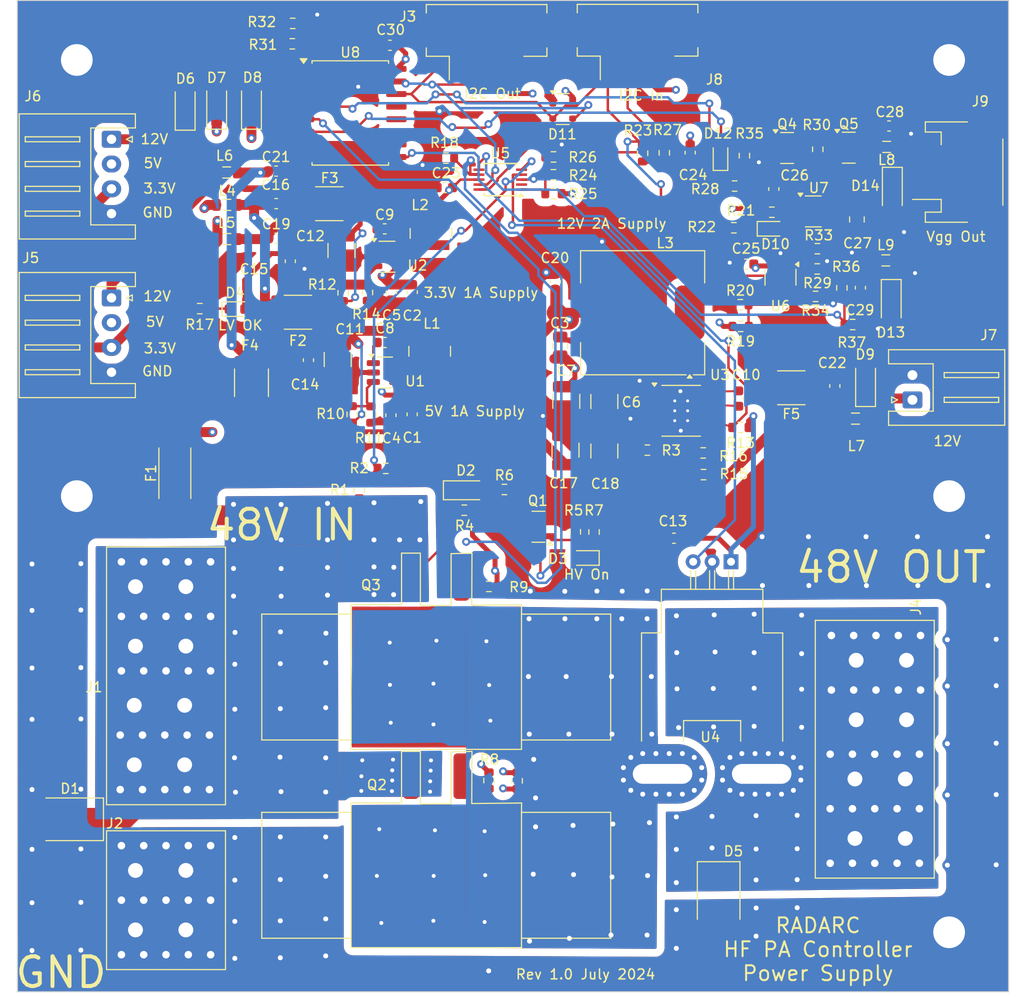
<source format=kicad_pcb>
(kicad_pcb (version 20240108) (generator "pcbnew") (generator_version "8.0")
  (layers (0 "F.Cu" signal) (1 "In1.Cu" signal) (2 "In2.Cu" signal) (31 "B.Cu" signal) (34 "B.Paste" user) (35 "F.Paste" user) (36 "B.SilkS" user "B.Silkscreen") (37 "F.SilkS" user "F.Silkscreen") (38 "B.Mask" user) (39 "F.Mask" user) (44 "Edge.Cuts" user))
  (net 0 "")
  (net 1 "Net-(J3-Pin_2)")
  (net 2 "Net-(J3-Pin_1)")
  (net 3 "+3.3V")
  (net 4 "GND")
  (net 5 "Net-(Q1-D)")
  (net 6 "/PA_Current")
  (net 7 "/PA_Voltage")
  (net 8 "/Vgg_Voltage")
  (net 9 "Net-(U6-VOUT)")
  (net 10 "+12V")
  (net 11 "/Vgg_On")
  (net 12 "Net-(D1-A1)")
  (net 13 "Net-(D5-A1)")
  (net 14 "Net-(D6-A1)")
  (net 15 "Net-(D7-A1)")
  (net 16 "Net-(D8-A1)")
  (net 17 "Net-(Q2-D)")
  (net 18 "Net-(U1-SW)")
  (net 19 "Net-(U1-FB)")
  (net 20 "Net-(U1-CB)")
  (net 21 "Net-(U2-FB)")
  (net 22 "Net-(U2-CB)")
  (net 23 "Net-(U2-SW)")
  (net 24 "Net-(U5-AIN3)")
  (net 25 "Net-(U5-ADDR)")
  (net 27 "Net-(U6-A0)")
  (net 28 "Net-(U7-VOUT)")
  (net 29 "Net-(U7-ADJ)")
  (net 30 "Net-(D13-A1)")
  (net 31 "Net-(U3-EN)")
  (net 32 "Net-(U3-SW)")
  (net 33 "Net-(U3-BOOT)")
  (net 34 "Net-(C11-Pad1)")
  (net 35 "Net-(C16-Pad1)")
  (net 36 "Net-(C19-Pad1)")
  (net 37 "Net-(Q4-D)")
  (net 38 "Net-(C22-Pad1)")
  (net 39 "/HV_On")
  (net 40 "Net-(D3-K)")
  (net 41 "Net-(Q5-D)")
  (net 42 "Net-(D2-A)")
  (net 43 "/Vgg Cntrl")
  (net 44 "Net-(U3-RT{slash}SYNC)")
  (net 45 "/12V_Good")
  (net 46 "Net-(U3-FB)")
  (net 47 "Net-(U8-A0)")
  (net 48 "Net-(D4-K)")
  (net 54 "Net-(C21-Pad1)")
  (net 55 "Net-(D9-A1)")
  (net 56 "Net-(Q2-G)")
  (net 57 "Net-(D10-K)")
  (net 58 "Net-(D12-K)")
  (net 59 "Net-(D14-A1)")
  (net 60 "Net-(Q3-G)")
  (footprint "Resistor_SMD:R_0603_1608Metric" (layer "F.Cu") (at 79.085 39.49)
    (property "Reference" "R25")
    (property "Value" "NF")
  )
  (footprint "Resistor_SMD:R_0603_1608Metric" (layer "F.Cu") (at 72.58 98.69 -90)
    (property "Reference" "R8")
    (property "Value" "82R")
  )
  (footprint "Inductor_SMD:L_0805_2012Metric" (layer "F.Cu") (at 112.61 46.22)
    (property "Reference" "L9")
    (property "Value" "1uH")
  )
  (footprint "Fuse:Fuse_1812_4532Metric" (layer "F.Cu") (at 48.62 58.56 90)
    (property "Reference" "F4")
    (property "Value" "1A")
  )
  (footprint "Capacitor_SMD:C_0603_1608Metric" (layer "F.Cu") (at 91.24 74.25 180)
    (property "Reference" "C13")
    (property "Value" "100n")
  )
  (footprint "Connector_JST:JST_XH_S4B-XH-A_1x04_P2.50mm_Horizontal" (layer "F.Cu") (at 34.5 50 -90)
    (property "Reference" "J5")
    (property "Value" "JST-XH-4")
  )
  (footprint "Package_TO_SOT_SMD:SOT-23" (layer "F.Cu") (at 108.8775 34.85)
    (property "Reference" "Q5")
    (property "Value" "FDN340P")
  )
  (footprint "Connector_JST:JST_XH_S4B-XH-A_1x04_P2.50mm_Horizontal" (layer "F.Cu") (at 34.5 34 -90)
    (property "Reference" "J6")
    (property "Value" "JST-XH-4")
  )
  (footprint "Capacitor_SMD:C_0603_1608Metric" (layer "F.Cu") (at 98.52 46.6 180)
    (property "Reference" "C25")
    (property "Value" "100n")
  )
  (footprint "Resistor_SMD:R_0603_1608Metric" (layer "F.Cu") (at 52.775 22.31 180)
    (property "Reference" "R32")
    (property "Value" "0R")
  )
  (footprint "Capacitor_SMD:C_0603_1608Metric" (layer "F.Cu") (at 107.47 58.885 90)
    (property "Reference" "C22")
    (property "Value" "100n")
  )
  (footprint "Connector_JST:JST_PH_S3B-PH-SM4-TB_1x03-1MP_P2.00mm_Horizontal" (layer "F.Cu") (at 119.91 37.31 90)
    (property "Reference" "J9")
    (property "Value" "JST-PH-3")
  )
  (footprint "Capacitor_SMD:C_1210_3225Metric" (layer "F.Cu") (at 84.22 65.45 90)
    (property "Reference" "C18")
    (property "Value" "22u")
  )
  (footprint "Resistor_SMD:R_0603_1608Metric" (layer "F.Cu") (at 75.42 98.72 -90)
    (property "Reference" "TH1" (hide yes))
    (property "Value" "10k")
  )
  (footprint "Resistor_SMD:R_0603_1608Metric" (layer "F.Cu") (at 105.5275 49.85 180)
    (property "Reference" "R34")
    (property "Value" "1k8")
  )
  (footprint "Package_TO_SOT_SMD:SOT-23-5" (layer "F.Cu") (at 105.2975 41.28)
    (property "Reference" "U7")
    (property "Value" "AP2204K-ADJ")
  )
  (footprint "Fuse:Fuse_Schurter_UMZ250" (layer "F.Cu") (at 40.89 67.69 90)
    (property "Reference" "F1")
    (property "Value" "1A")
  )
  (footprint "Inductor_SMD:L_Wuerth_MAPI-4030" (layer "F.Cu") (at 66.6 55.385 90)
    (property "Reference" "L1")
    (property "Value" "15uH")
  )
  (footprint "Resistor_SMD:R_0603_1608Metric" (layer "F.Cu") (at 79.09 37.58)
    (property "Reference" "R24")
    (property "Value" "NF")
  )
  (footprint "PA_Control:lmr38012" (layer "F.Cu") (at 91.97 61.39)
    (property "Reference" "U3")
    (property "Value" "LMR38020")
  )
  (footprint "Package_SO:SOIC-16W_7.5x10.3mm_P1.27mm" (layer "F.Cu") (at 58.59 31.345)
    (property "Reference" "U8")
    (property "Value" "PCF8574A")
  )
  (footprint "Capacitor_SMD:C_0603_1608Metric" (layer "F.Cu") (at 112.94 32.66)
    (property "Reference" "C28")
    (property "Value" "100n")
  )
  (footprint "Resistor_SMD:R_0603_1608Metric" (layer "F.Cu") (at 90.2675 35.37 90)
    (property "Reference" "R27")
    (property "Value" "4k7")
  )
  (footprint "Resistor_SMD:R_0603_1608Metric" (layer "F.Cu") (at 109.265 52.69)
    (property "Reference" "R37")
    (property "Value" "10k")
  )
  (footprint "Inductor_SMD:L_0805_2012Metric" (layer "F.Cu") (at 112.7 34.77)
    (property "Reference" "L8")
    (property "Value" "1uH")
  )
  (footprint "LED_SMD:LED_0603_1608Metric" (layer "F.Cu") (at 47.1425 51.135)
    (property "Reference" "D4")
    (property "Value" "Green")
  )
  (footprint "Capacitor_SMD:C_1210_3225Metric" (layer "F.Cu") (at 57.7 45.215 -90)
    (property "Reference" "C12")
    (property "Value" "22u")
  )
  (footprint "Resistor_SMD:R_0603_1608Metric" (layer "F.Cu") (at 88.56 65.36)
    (property "Reference" "R3")
    (property "Value" "64k9")
  )
  (footprint "Inductor_SMD:L_0805_2012Metric" (layer "F.Cu") (at 46.12 37.35 180)
    (property "Reference" "L6")
    (property "Value" "1uH")
  )
  (footprint "Capacitor_SMD:C_1210_3225Metric" (layer "F.Cu") (at 80.38 60.435 -90)
    (property "Reference" "C7")
    (property "Value" "2.2u")
  )
  (footprint "PA_Control:TO263_Heatsink_301" (layer "F.Cu") (at 67.26 88.25 180)
    (property "Reference" "Q3")
    (property "Value" "  SQM120P10-19L")
  )
  (footprint "Diode_SMD:D_SMB" (layer "F.Cu") (at 95.75 110.54 -90)
    (property "Reference" "D5")
    (property "Value" "SM6T75A" (hide yes))
  )
  (footprint "Resistor_SMD:R_0603_1608Metric" (layer "F.Cu") (at 72.57 79.11 180)
    (property "Reference" "R9")
    (property "Value" "82R")
  )
  (footprint "Resistor_SMD:R_0603_1608Metric" (layer "F.Cu") (at 81.29 73.6 90)
    (property "Reference" "R7")
    (property "Value" "10k")
  )
  (footprint "Capacitor_SMD:C_0603_1608Metric" (layer "F.Cu") (at 51.12 40.49)
    (property "Reference" "C16")
    (property "Value" "100n")
  )
  (footprint "Capacitor_SMD:C_0603_1608Metric" (layer "F.Cu") (at 79.27 48.37 90)
    (property "Reference" "C20")
    (property "Value" "100n")
  )
  (footprint "Connector_JST:JST_XH_S2B-XH-A_1x02_P2.50mm_Horizontal" (layer "F.Cu") (at 115.3 60.29 90)
    (property "Reference" "J7")
    (property "Value" " JST-XH-2")
  )
  (footprint "Resistor_SMD:R_0603_1608Metric" (layer "F.Cu") (at 52.74 24.37 180)
    (property "Reference" "R31")
    (property "Value" "NF")
  )
  (footprint "Resistor_SMD:R_0603_1608Metric" (layer "F.Cu") (at 105.7475 35.01 90)
    (property "Reference" "R30")
    (property "Value" "10k")
  )
  (footprint "Package_SO:TSSOP-10_3x3mm_P0.5mm" (layer "F.Cu") (at 73.72 38.07 180)
    (property "Reference" "U5")
    (property "Value" "ADS1015IDGS")
  )
  (footprint "PA_Control:TO263_Heatsink_301" (layer "F.Cu") (at 67.26 108.25 180)
    (property "Reference" "Q2")
    (property "Value" "  SQM120P10-19L")
  )
  (footprint "Resistor_SMD:R_0603_1608Metric" (layer "F.Cu") (at 94.22 67.83)
    (property "Reference" "R15")
    (property "Value" "110k")
  )
  (footprint "Resistor_SMD:R_0603_1608Metric" (layer "F.Cu") (at 83.18 73.62 90)
    (property "Reference" "R5")
    (property "Value" "1k")
  )
  (footprint "PA_Control:Fat_Power 4" (layer "F.Cu") (at 105.5 108.5338)
    (property "Reference" "J4")
    (property "Value" "60A 4 Pin")
  )
  (footprint "Resistor_SMD:R_0603_1608Metric" (layer "F.Cu") (at 108.18 48.99 -90)
    (property "Reference" "R36")
    (property "Value" "10k")
  )
  (footprint "Inductor_SMD:L_0805_2012Metric" (layer "F.Cu") (at 46.14 40.62 180)
    (property "Reference" "L4")
    (property "Value" "1uH")
  )
  (footprint "Capacitor_SMD:C_0603_1608Metric" (layer "F.Cu") (at 62.085 54.5)
    (property "Reference" "C8")
    (property "Value" "100nf")
  )
  (footprint "Capacitor_SMD:C_1210_3225Metric" (layer "F.Cu") (at 84.22 60.455 -90)
    (property "Reference" "C6")
    (property "Value" "2.2u")
  )
  (footprint "Resistor_SMD:R_0603_1608Metric" (layer "F.Cu") (at 70.09 71.42)
    (property "Reference" "R4")
    (property "Value" "10K")
  )
  (footprint "Resistor_SMD:R_0603_1608Metric" (layer "F.Cu") (at 97.36 38.72)
    (property "Reference" "R28")
    (property "Value" "1k")
  )
  (footprint "Capacitor_SMD:C_0603_1608Metric" (layer "F.Cu") (at 62.06 43.04)
    (property "Reference" "C9")
    (property "Value" "100nf")
  )
  (footprint "Capacitor_SMD:C_0805_2012Metric" (layer "F.Cu") (at 79.77 54.85 90)
    (property "Reference" "C3")
    (property "Value" "100n")
  )
  (footprint "Capacitor_SMD:C_0603_1608Metric" (layer "F.Cu") (at 62.69 61.835 -90)
    (property "Reference" "C4")
    (property "Value" "2.2u")
  )
  (footprint "Capacitor_SMD:C_0603_1608Metric" (layer "F.Cu") (at 92.8775 35.345 -90)
    (property "Reference" "C24")
    (property "Value" "100n")
  )
  (footprint "Capacitor_SMD:C_0603_1608Metric" (layer "F.Cu") (at 110.05 48.975 -90)
    (property "Reference" "C29")
    (property "Value" "100n")
  )
  (footprint "Resistor_SMD:R_0603_1608Metric" (layer "F.Cu") (at 60.32 49.455 90)
    (property "Reference" "R14")
    (property "Value" "22.1k")
  )
  (footprint "Capacitor_SMD:C_1210_3225Metric" (layer "F.Cu") (at 57.32 56.22 -90)
    (property "Reference" "C11")
    (property "Value" "22u")
  )
  (footprint "Package_TO_SOT_SMD:SOT-23" (layer "F.Cu") (at 102.655 34.88)
    (property "Reference" "Q4")
    (property "Value" "BSS123")
  )
  (footprint "MountingHole:MountingHole_3.2mm_M3_DIN965_Pad" (layer "F.Cu") (at 31 70 180)
    (property "Reference" "H2" (hide yes))
    (property "Value" "MountingHole_Pad")
  )
  (footprint "Resistor_SMD:R_0603_1608Metric" (layer "F.Cu") (at 60.67 61.77 -90)
    (property "Reference" "R11")
    (property "Value" "22.1k")
  )
  (footprint "Resistor_SMD:R_0603_1608Metric" (layer "F.Cu") (at 97.94 63.07)
    (property "Reference" "R13")
    (property "Value" "100k")
  )
  (footprint "Resistor_SMD:R_0603_1608Metric" (layer "F.Cu") (at 74.135 69.33)
    (property "Reference" "R6")
    (property "Value" "4k7")
  )
  (footprint "Diode_SMD:D_SOD-123F" (layer "F.Cu") (at 113.16 50.36 -90)
    (property "Reference" "D13")
    (property "Value" "SMF4L5.0A")
  )
  (footprint "PA_Control:Fat_Power 4" (layer "F.Cu") (at 46 75.13 180)
    (property "Reference" "J1")
    (property "Value" "60A 4 pin")
  )
  (footprint "Diode_SMD:D_SOD-123F" (layer "F.Cu") (at 113.27 39.04 -90)
    (property "Reference" "D14")
    (property "Value" "SMF4L12A")
  )
  (footprint "Resistor_SMD:R_0603_1608Metric" (layer "F.Cu") (at 97.94 50.69)
    (property "Reference" "R20")
    (property "Value" "0R")
  )
  (footprint "Resistor_SMD:R_0603_1608Metric" (layer "F.Cu") (at 59.49 69.3925 90)
    (property "Reference" "R1")
    (property "Value" "270k")
  )
  (footprint "LED_SMD:LED_0603_1608Metric" (layer "F.Cu") (at 95.9375 35.66 90)
    (property "Reference" "D12")
    (property "Value" "Yellow")
  )
  (footprint "Diode_SMD:Nexperia_CFP3_SOD-123W" (layer "F.Cu") (at 70.2425 69.41)
    (property "Reference" "D2")
    (property "Value" "15v")
  )
  (footprint "Inductor_SMD:L_Coilcraft_MSS1210-XXX" (layer "F.Cu") (at 88.08 51.5 180)
    (property "Reference" "L3")
    (property "Value" "33uH")
  )
  (footprint "Capacitor_SMD:C_0603_1608Metric" (layer "F.Cu") (at 51.1 37.21)
    (property "Reference" "C21")
    (property "Value" "100n")
  )
  (footprint "Resistor_SMD:R_0603_1608Metric" (layer "F.Cu") (at 97.97 52.88)
    (property "Reference" "R19")
    (property "Value" "NF")
  )
  (footprint "Resistor_SMD:R_0603_1608Metric" (layer "F.Cu") (at 94.19 65.64 180)
    (property "Reference" "R16")
    (property "Value" "10k")
  )
  (footprint "Resistor_SMD:R_0603_1608Metric" (layer "F.Cu") (at 43.4025 51.085 180)
    (property "Reference" "R17")
    (property "Value" "1k")
  )
  (footprint "Capacitor_SMD:C_0603_1608Metric" (layer "F.Cu") (at 51.12 43.99)
    (property "Reference" "C19")
    (property "Value" "100n")
  )
  (footprint "Inductor_SMD:L_0805_2012Metric" (layer "F.Cu") (at 109.55 62.18)
    (property "Reference" "L7")
    (property "Value" "1uH")
  )
  (footprint "Capacitor_SMD:C_0603_1608Metric" (layer "F.Cu") (at 62.73 49.43 -90)
    (property "Reference" "C5")
    (property "Value" "2.2u")
  )
  (footprint "Package_TO_SOT_SMD:SOT-23-6" (layer "F.Cu") (at 62.2975 45.85)
    (property "Reference" "U2")
    (property "Value" "LMR50410")
  )
  (footprint "Resistor_SMD:R_0603_1608Metric" (layer "F.Cu") (at 101.115 41.36 180)
    (property "Reference" "R21")
    (property "Value" "1k")
  )
  (footprint "PA_Control:Allegro_CB_PFF" (layer "F.Cu") (at 97 76.62 180)
    (property "Reference" "U4")
    (property "Value" "ACS770xCB-050B-PFF")
  )
  (footprint "Resistor_SMD:R_0603_1608Metric" (layer "F.Cu") (at 88.0775 35.41 90)
    (property "Reference" "R23")
    (property "Value" "4k7")
  )
  (footprint "Diode_SMD:D_SOD-123F" (layer "F.Cu") (at 48.62 30.7775 90)
    (property "Reference" "D8")
    (property "Value" "SMF4L5.0A")
  )
  (footprint "Package_TO_SOT_SMD:SOT-23-6" (layer "F.Cu") (at 101.9875 47.9175 -90)
    (property "Reference" "U6")
    (property "Value" "MCP4725A0T")
  )
  (footprint "Diode_SMD:D_SOD-123F" (layer "F.Cu") (at 110.57 58.75 90)
    (property "Reference" "D9")
    (property "Value" "SMF4L12A")
  )
  (footprint "Package_TO_SOT_SMD:SOT-23-6" (layer "F.Cu") (at 62.05 57.53)
    (property "Reference" "U1")
    (property "Value" "LMR50410")
  )
  (footprint "Resistor_SMD:R_0603_1608Metric" (layer "F.Cu") (at 98.3475 35.65 -90)
    (property "Reference" "R35")
    (property "Value" "10k")
  )
  (footprint "Diode_SMD:D_SOD-123F" (layer "F.Cu") (at 45.11 30.7775 90)
    (property "Reference" "D7")
    (property "Value" "SMF4L5.0A")
  )
  (footprint "Diode_SMD:D_SMB" (layer "F.Cu") (at 30.03 102.6 180)
    (property "Reference" "D1")
    (property "Value" "SM6T75A")
  )
  (footprint "Resistor_SMD:R_0603_1608Metric" (layer "F.Cu") (at 58.78 61.75 90)
    (property "Reference" "R10")
    (property "Value" "162k")
  )
  (footprint "Capacitor_SMD:C_0805_2012Metric" (layer "F.Cu") (at 109.6975 42.09 -90)
    (property "Reference" "C27")
    (property "Value" "22u")
  )
  (footprint "Capacitor_SMD:C_0603_1608Metric" (layer "F.Cu") (at 54.37 56.28 -90)
    (property "Reference" "C14")
    (property "Value" "100n")
  )
  (footprint "Resistor_SMD:R_0603_1608Metric" (layer "F.Cu") (at 68.24 35.9 180)
    (property "Reference" "R18")
    (property "Value" "10k")
  )
  (footprint "Resistor_SMD:R_0603_1608Metric" (layer "F.Cu") (at 62.17 67.2)
    (property "Reference" "R2")
    (property "Value" "10k")
  )
  (footprint "Fuse:Fuse_1812_4532Metric" (layer "F.Cu") (at 53.31 51.45 180)
    (property "Reference" "F2")
    (property "Value" "1A")
  )
  (footprint "MountingHole:MountingHole_3.2mm_M3_DIN965_Pad" (layer "F.Cu") (at 119 26 180)
    (property "Reference" "H3" (hide yes))
    (property "Value" "MountingHole_Pad")
  )
  (footprint "Capacitor_SMD:C_0603_1608Metric" (layer "F.Cu") (at 101.3175 39.02 -90)
    (property "Reference" "C26")
    (property "Value" "100n")
  )
  (footprint "Capacitor_SMD:C_0603_1608Metric" (layer "F.Cu") (at 62.59 24.52 180)
    (property "Reference" "C30")
    (property "Value" "100n")
  )
  (footprint "Connector_JST:JST_PH_B4B-PH-SM4-TB_1x04-1MP_P2.00mm_Vertical" (layer "F.Cu") (at 72.34 24.77)
    (property "Reference" "J3")
    (property "Value" "JST-PH-4")
  )
  (footprint "Inductor_SMD:L_Wuerth_MAPI-4030" (layer "F.Cu") (at 66.73 43.495 90)
    (property "Reference" "L2")
    (property "Value" "15uH")
  )
  (footprint "Resistor_SMD:R_0603_1608Metric" (layer "F.Cu") (at 105.6975 47.08)
    (property "Reference" "R29")
    (property "Value" "1k8")
  )
  (footprint "Capacitor_SMD:C_0603_1608Metric" (layer "F.Cu") (at 68.13 38.87 180)
    (property "Reference" "C23")
    (property "Value" "100n")
  )
  (footprint "Resistor_SMD:R_0603_1608Metric" (layer "F.Cu") (at 97.2875 42.93)
    (property "Reference" "R22")
    (property "Value" "4k7")
  )
  (footprint "LED_SMD:LED_0603_1608Metric" (layer "F.Cu") (at 82.21 76.24 180)
    (property "Reference" "D3")
    (property "Value" "Red")
  )
  (footprint "Package_TO_SOT_SMD:SOT-23" (layer "F.Cu") (at 77.5675 73.09 180)
    (property "Reference" "Q1")
    (property "Value" "BSS123")
  )
  (footprint "Fuse:Fuse_1812_4532Metric" (layer "F.Cu") (at 103.08 59.07 180)
    (property "Reference" "F5")
    (property "Value" "1A")
  )
  (footprint "Connector_JST:JST_PH_B4B-PH-SM4-TB_1x04-1MP_P2.00mm_Vertical" (layer "F.Cu") (at 87.57 24.75)
    (property "Reference" "J8")
    (property "Value" "JST-PH-4")
  )
  (footprint "Capacitor_SMD:C_0603_1608Metric" (layer "F.Cu") (at 97.75 60.155 90)
    (property "Reference" "C10")
    (property "Value" "100nf")
  )
  (footprint "Resistor_SMD:R_0603_1608Metric" (layer "F.Cu") (at 105.7075 45.04)
    (property "Reference" "R33")
    (property "Value" "1k")
  )
  (footprint "Diode_SMD:D_SOD-123F" (layer "F.Cu") (at 41.93 30.87 90)
    (property "Reference" "D6")
    (property "Value" "SMF4L12A")
  )
  (footprint "Capacitor_SMD:C_0603_1608Metric" (layer "F.Cu") (at 52.54 46.305 -90)
    (property "Reference" "C15")
    (property "Value" "100n")
  )
  (footprint "MountingHole:MountingHole_3.2mm_M3_DIN965_Pad" (layer "F.Cu") (at 119 70)
    (property "Reference" "H5" (hide yes))
    (property "Value" "MountingHole_Pad")
  )
  (footprint "MountingHole:MountingHole_3.2mm_M3_DIN965_Pad" (layer "F.Cu") (at 31 26 180)
    (property "Reference" "H4" (hide yes))
    (property "Value" "MountingHole_Pad")
  )
  (footprint "Resistor_SMD:R_0603_1608Metric" (layer "F.Cu") (at 79.09 35.78)
    (property "Reference" "R26")
    (property "Value" "0R")
  )
  (footprint "Resistor_SMD:R_0603_1608Metric" (layer "F.Cu") (at 57.87 49.485 90)
    (property "Reference" "R12")
    (property "Value" "100k")
  )
  (footprint "PA_Control:Fat_Power 2" (layer "F.Cu") (at 46 103.76 180)
    (property "Reference" "J2")
    (property "Value" "30A 2 Pin")
  )
  (footprint "Capacitor_SMD:C_0603_1608Metric" (layer "F.Cu") (at 64.83 61.75 -90)
    (property "Reference" "C1")
    (property "Value" "100n")
  )
  (footprint "Fuse:Fuse_1812_4532Metric" (layer "F.Cu") (at 56.47 40.5 180)
    (property "Reference" "F3")
    (property "Value" "1A")
  )
  (footprint "LED_SMD:LED_0603_1608Metric" (layer "F.Cu") (at 101.1275 43.03)
    (property "Reference" "D10")
    (property "Value" "Blue")
  )
  (footprint "Inductor_SMD:L_0805_2012Metric" (layer "F.Cu") (at 46.14 44.07)
    (property "Reference" "L5")
    (property "Value" "1uH")
  )
  (footprint "Capacitor_SMD:C_1210_3225Metric" (layer "F.Cu") (at 80.3 65.355 90)
    (property "Reference" "C17")
    (property "Value" "22u")
  )
  (footprint "Capacitor_SMD:C_0603_1608Metric" (layer "F.Cu") (at 64.84 49.425 -90)
    (property "Reference" "C2")
    (property "Value" "100n")
  )
  (footprint "MountingHole:MountingHole_3.2mm_M3_DIN965_Pad" (layer "F.Cu") (at 119 114 180)
    (property "Reference" "H1" (hide yes))
    (property "Value" "MountingHole_Pad")
  )
  (footprint "Package_TO_SOT_SMD:SOT-143" (layer "F.Cu") (at 80.02 30.95)
    (property "Reference" "D11")
    (property "Value" "SP0503BAHT")
  )
  (gr_line (start 94.47 59.48) (end 97.74 59.4) (stroke (width 0.2)) (layer "F.Cu") (net 32))
  (gr_line (start 94.45 60.75) (end 97.72 60.91) (stroke (width 0.2)) (layer "F.Cu") (net 33))
  (gr_line (start 94.46 62.05) (end 97.11 63.06) (stroke (width 0.2)) (layer "F.Cu") (net 45))
  (gr_line (start 25 20) (end 125 20) (stroke (width 0.1)) (layer "Edge.Cuts"))
  (gr_line (start 125 120) (end 25 120) (stroke (width 0.1)) (layer "Edge.Cuts"))
  (gr_line (start 25 20) (end 25 120) (stroke (width 0.1)) (layer "Edge.Cuts"))
  (gr_line (start 125 20) (end 125 120) (stroke (width 0.1)) (layer "Edge.Cuts"))
  (gr_text "5V" (at 37.88 53 0) (layer "F.SilkS") (effects (font (size 1 1)) (justify left bottom)))
  (gr_text "RADARC\nHF PA Controller\nPower Supply" (at 105.77 119.02 0) (layer "F.SilkS") (effects (font (size 1.5 1.5) (thickness 0.2)) (justify bottom)))
  (gr_text "48V OUT" (at 103.31 78.93 0) (layer "F.SilkS") (effects (font (size 3 3) (thickness 0.4)) (justify left bottom)))
  (gr_text "12V" (at 117.345 65.03 0) (layer "F.SilkS") (effects (font (size 1 1)) (justify left bottom)))
  (gr_text "I2C In" (at 85.55 30.17 0) (layer "F.SilkS") (effects (font (size 1 1)) (justify left bottom)))
  (gr_text "5V" (at 37.66 37 0) (layer "F.SilkS") (effects (font (size 1 1)) (justify left bottom)))
  (gr_text "Vgg Out" (at 116.61 44.41 0) (layer "F.SilkS") (effects (font (size 1 1)) (justify left bottom)))
  (gr_text "GND" (at 37.5 57.98 0) (layer "F.SilkS") (effects (font (size 1 1)) (justify left bottom)))
  (gr_text "I2C Out" (at 69.96 29.98 0) (layer "F.SilkS") (effects (font (size 1 1)) (justify left bottom)))
  (gr_text "5V 1A Supply" (at 66 62.02 0) (layer "F.SilkS") (effects (font (size 1 1)) (justify left bottom)))
  (gr_text "3.3V" (at 37.66 55.68 0) (layer "F.SilkS") (effects (font (size 1 1)) (justify left bottom)))
  (gr_text "12V" (at 37.35 34.57 0) (layer "F.SilkS") (effects (font (size 1 1)) (justify left bottom)))
  (gr_text "48V IN" (at 43.86 74.66 0) (layer "F.SilkS") (effects (font (size 3 3) (thickness 0.4)) (justify left bottom)))
  (gr_text "GND" (at 24.57 119.81 0) (layer "F.SilkS") (effects (font (size 3 3) (thickness 0.4)) (justify left bottom)))
  (gr_text "12V" (at 37.63 50.42 0) (layer "F.SilkS") (effects (font (size 1 1)) (justify left bottom)))
  (gr_text "3.3V 1A Supply" (at 65.91 50.07 0) (layer "F.SilkS") (effects (font (size 1 1)) (justify left bottom)))
  (gr_text "12V 2A Supply" (at 79.33 43.09 0) (layer "F.SilkS") (effects (font (size 1 1)) (justify left bottom)))
  (gr_text "Rev 1.0 July 2024" (at 75.2 118.83 0) (layer "F.SilkS") (effects (font (size 1 1)) (justify left bottom)))
  (gr_text "LV OK" (at 45.16 53.35 0) (layer "F.SilkS") (effects (font (size 1 1)) (justify left bottom)))
  (gr_text "3.3V" (at 37.63 39.55 0) (layer "F.SilkS") (effects (font (size 1 1)) (justify left bottom)))
  (gr_text "HV On" (at 80.04 78.49 0) (layer "F.SilkS") (effects (font (size 1 1)) (justify left bottom)))
  (gr_text "GND" (at 37.54 41.97 0) (layer "F.SilkS") (effects (font (size 1 1)) (justify left bottom)))
  (segment (start 72.395 38.57) (end 72.93 38.035) (width 0.25) (layer "F.Cu") (net 1))
  (segment (start 82.1025 35.3925) (end 79.915 37.58) (width 0.25) (layer "F.Cu") (net 1))
  (segment (start 97.428984 49.055) (end 85.953984 37.58) (width 0.25) (layer "F.Cu") (net 1))
  (segment (start 86.57 25.25) (end 86.57 28.056239) (width 0.25) (layer "F.Cu") (net 1))
  (segment (start 81.245 31.9) (end 82.6 30.545) (width 0.25) (layer "F.Cu") (net 1))
  (segment (start 90.2675 34.545) (end 89.5025 35.31) (width 0.25) (layer "F.Cu") (net 1))
  (segment (start 72.93 38.035) (end 72.93 37.403984) (width 0.25) (layer "F.Cu") (net 1))
  (segment (start 86.57 30.8475) (end 90.2675 34.545) (width 0.25) (layer "F.Cu") (net 1))
  (segment (start 72.93 37.403984) (end 73.22 37.113984) (width 0.25) (layer "F.Cu") (net 1))
  (segment (start 82.185 35.31) (end 82.1025 35.3925) (width 0.25) (layer "F.Cu") (net 1))
  (segment (start 71.34 28.02) (end 70.878231 28.481769) (width 0.25) (layer "F.Cu") (net 1))
  (segment (start 71.34 25.27) (end 71.34 28.02) (width 0.25) (layer "F.Cu") (net 1))
  (segment (start 101.0375 49.055) (end 97.428984 49.055) (width 0.25) (layer "F.Cu") (net 1))
  (segment (start 70.878231 28.481769) (end 66.849416 28.481769) (width 0.25) (layer "F.Cu") (net 1))
  (segment (start 81.02 31.9) (end 81.245 31.9) (width 0.25) (layer "F.Cu") (net 1))
  (segment (start 85.953984 37.58) (end 79.915 37.58) (width 0.25) (layer "F.Cu") (net 1))
  (segment (start 81.02 31.9) (end 81.02 34.31) (width 0.25) (layer "F.Cu") (net 1))
  (segment (start 89.5025 35.31) (end 82.185 35.31) (width 0.25) (layer "F.Cu") (net 1))
  (segment (start 71.57 38.57) (end 72.395 38.57) (width 0.25) (layer "F.Cu") (net 1))
  (segment (start 81.02 34.31) (end 82.1025 35.3925) (width 0.25) (layer "F.Cu") (net 1))
  (segment (start 86.57 25.25) (end 86.57 30.8475) (width 0.25) (layer "F.Cu") (net 1))
  (via (at 82.6 30.545) (size 0.8) (drill 0.4) (layers "F.Cu" "B.Cu") (net 1))
  (via (at 66.849416 28.481769) (size 0.8) (drill 0.4) (layers "F.Cu" "B.Cu") (net 1))
  (via (at 64.175 28.385) (size 0.8) (drill 0.4) (layers "F.Cu" "B.Cu") (net 1))
  (via (at 73.22 37.113984) (size 0.8) (drill 0.4) (layers "F.Cu" "B.Cu") (net 1))
  (segment (start 64.175 28.385) (end 65.965 28.385) (width 0.25) (layer "B.Cu") (net 1))
  (segment (start 82.285 30.86) (end 82.6 30.545) (width 0.25) (layer "B.Cu") (net 1))
  (segment (start 66.849416 28.481769) (end 67.251769 28.481769) (width 0.25) (layer "B.Cu") (net 1))
  (segment (start 69.63 30.86) (end 82.285 30.86) (width 0.25) (layer "B.Cu") (net 1))
  (segment (start 66.061769 28.481769) (end 66.849416 28.481769) (width 0.25) (layer "B.Cu") (net 1))
  (segment (start 67.251769 28.481769) (end 73.22 34.45) (width 0.25) (layer "B.Cu") (net 1))
  (segment (start 65.965 28.385) (end 66.061769 28.481769) (width 0.25) (layer "B.Cu") (net 1))
  (segment (start 73.22 34.45) (end 73.22 37.113984) (width 0.25) (layer "B.Cu") (net 1))
  (segment (start 84.57 27.475908) (end 84.57 25.25) (width 0.25) (layer "F.Cu") (net 2))
  (segment (start 89.93 40.54) (end 89.93 38.52) (width 0.25) (layer "F.Cu") (net 2))
  (segment (start 71.57 39.07) (end 72.534472 39.07) (width 0.25) (layer "F.Cu") (net 2))
  (segment (start 68.91 25.27) (end 69.34 25.27) (width 0.25) (layer "F.Cu") (net 2))
  (segment (start 87.7225 34.23) (end 88.0775 34.585) (width 0.25) (layer "F.Cu") (net 2))
  (segment (start 72.534472 39.07) (end 73.445 38.159472) (width 0.25) (layer "F.Cu") (net 2))
  (segment (start 86.56 34.23) (end 87.7225 34.23) (width 0.25) (layer "F.Cu") (net 2))
  (segment (start 73.445 37.985) (end 79.02 32.41) (width 0.25) (layer "F.Cu") (net 2))
  (segment (start 64.74 29.44) (end 68.91 25.27) (width 0.25) (layer "F.Cu") (net 2))
  (segment (start 79.02 31.9) (end 80.295 30.625) (width 0.25) (layer "F.Cu") (net 2))
  (segment (start 65.55 30.25) (end 64.74 29.44) (width 0.25) (layer "F.Cu") (net 2))
  (segment (start 101.9875 48.392501) (end 101.362499 47.7675) (width 0.25) (layer "F.Cu") (net 2))
  (segment (start 81.420908 30.625) (end 84.57 27.475908) (width 0.25) (layer "F.Cu") (net 2))
  (segment (start 64.74 29.44) (end 63.24 29.44) (width 0.25) (layer "F.Cu") (net 2))
  (segment (start 73.445 38.159472) (end 73.445 37.985) (width 0.25) (layer "F.Cu") (net 2))
  (segment (start 101.9875 49.055) (end 101.9875 48.392501) (width 0.25) (layer "F.Cu") (net 2))
  (segment (start 89.98 40.59) (end 89.93 40.54) (width 0.25) (layer "F.Cu") (net 2))
  (segment (start 97.1575 47.7675) (end 89.98 40.59) (width 0.25) (layer "F.Cu") (net 2))
  (segment (start 79.02 32.41) (end 79.02 31.9) (width 0.25) (layer "F.Cu") (net 2))
  (segment (start 80.295 30.625) (end 81.420908 30.625) (width 0.25) (layer "F.Cu") (net 2))
  (segment (start 84.57 25.25) (end 84.57 31.0775) (width 0.25) (layer "F.Cu") (net 2))
  (segment (start 84.57 31.0775) (end 88.0775 34.585) (width 0.25) (layer "F.Cu") (net 2))
  (segment (start 79.02 31.9) (end 77.37 30.25) (width 0.25) (layer "F.Cu") (net 2))
  (segment (start 101.362499 47.7675) (end 97.1575 47.7675) (width 0.25) (layer "F.Cu") (net 2))
  (segment (start 77.37 30.25) (end 65.55 30.25) (width 0.25) (layer "F.Cu") (net 2))
  (via (at 89.93 38.52) (size 0.8) (drill 0.4) (layers "F.Cu" "B.Cu") (net 2))
  (via (at 86.56 34.23) (size 0.8) (drill 0.4) (layers "F.Cu" "B.Cu") (net 2))
  (segment (start 89.45 38.52) (end 86.72 35.79) (width 0.25) (layer "B.Cu") (net 2))
  (segment (start 89.93 38.52) (end 89.45 38.52) (width 0.25) (layer "B.Cu") (net 2))
  (segment (start 86.72 35.79) (end 86.56 35.63) (width 0.25) (layer "B.Cu") (net 2))
  (segment (start 86.56 35.63) (end 86.56 34.23) (width 0.25) (layer "B.Cu") (net 2))
  (segment (start 74.134998 97.895) (end 74 97.760002) (width 0.5) (layer "F.Cu") (net 3))
  (segment (start 58.72 50.28) (end 59.08 49.92) (width 0.25) (layer "F.Cu") (net 3))
  (segment (start 89.58 29.01) (end 91.44 29.01) (width 0.5) (layer "F.Cu") (net 3))
  (segment (start 95.75 74.25) (end 92.015 74.25) (width 0.5) (layer "F.Cu") (net 3))
  (segment (start 98.765 62.4225) (end 99.2575 61.93) (width 0.5) (layer "F.Cu") (net 3))
  (segment (start 59.59 41.4825) (end 58.6075 40.5) (width 0.5) (layer "F.Cu") (net 3))
  (segment (start 50.61189 45.53) (end 52.54 45.53) (width 0.5) (layer "F.Cu") (net 3))
  (segment (start 62.605 23.345) (end 63.365 24.105) (width 1) (layer "F.Cu") (net 3))
  (segment (start 88.57 25.25) (end 88.57 28) (width 0.5) (layer "F.Cu") (net 3))
  (segment (start 55.91 45.53) (end 57.7 43.74) (width 0.5) (layer "F.Cu") (net 3))
  (segment (start 53.565 24.37) (end 54.59 23.345) (width 1) (layer "F.Cu") (net 3))
  (segment (start 64.18 25.92) (end 64.18 25.96) (width 0.5) (layer "F.Cu") (net 3))
  (segment (start 64.18 25.96) (end 63.24 26.9) (width 0.5) (layer "F.Cu") (net 3))
  (segment (start 88.57 28) (end 89.58 29.01) (width 0.5) (layer "F.Cu") (net 3))
  (segment (start 71.57 38.07) (end 69.705 38.07) (width 0.25) (layer "F.Cu") (net 3))
  (segment (start 57.7 43.74) (end 58.44 43.74) (width 0.5) (layer "F.Cu") (net 3))
  (segment (start 97.145 52.88) (end 96.241956 52.88) (width 0.5) (layer "F.Cu") (net 3))
  (segment (start 88.0775 36.235) (end 90.2275 36.235) (width 0.5) (layer "F.Cu") (net 3))
  (segment (start 63.365 24.105) (end 63.365 24.52) (width 1) (layer "F.Cu") (net 3))
  (segment (start 99.475 46.78) (end 99.475 46.9925) (width 0.5) (layer "F.Cu") (net 3))
  (segment (start 79.91 39.49) (end 80.96 39.49) (width 0.5) (layer "F.Cu") (net 3))
  (segment (start 73.34 25.27) (end 73.34 28.02) (width 0.5) (layer "F.Cu") (net 3))
  (segment (start 68.905 38.87) (end 68.644238 39.130762) (width 0.25) (layer "F.Cu") (net 3))
  (segment (start 74.71 29.39) (end 76.98 29.39) (width 0.5) (layer "F.Cu") (net 3))
  (segment (start 81.02 30) (end 81.02 29.73) (width 0.5) (layer "F.Cu") (net 3))
  (segment (start 64.18 25.335) (end 63.365 24.52) (width 0.5) (layer "F.Cu") (net 3))
  (segment (start 80.41 29.12) (end 80.3 29.12) (width 0.5) (layer "F.Cu") (net 3))
  (segment (start 90.2275 36.235) (end 90.2675 36.195) (width 0.5) (layer "F.Cu") (net 3))
  (segment (start 101.0375 46.78) (end 99.475 46.78) (width 0.5) (layer "F.Cu") (net 3))
  (segment (start 75.42 97.895) (end 74.134998 97.895) (width 0.5) (layer "F.Cu") (net 3))
  (segment (start 47.93 51.135) (end 47.93 48.21189) (width 0.5) (layer "F.Cu") (net 3))
  (segment (start 92.8775 34.57) (end 92.8775 33.615) (width 0.5) (layer "F.Cu") (net 3))
  (segment (start 59.59 42.115) (end 59.59 41.4825) (width 0.5) (layer "F.Cu") (net 3))
  (segment (start 59.59 42.115) (end 59.59 41.06) (width 0.5) (layer "F.Cu") (net 3))
  (segment (start 59.83 43.44) (end 59.285 42.895) (width 0.25) (layer "F.Cu") (net 3))
  (segment (start 57.87 50.31) (end 58.72 50.31) (width 0.25) (layer "F.Cu") (net 3))
  (segment (start 66.745 41.03) (end 68.905 38.87) (width 0.5) (layer "F.Cu") (net 3))
  (segment (start 73.34 28.02) (end 74.71 29.39) (width 0.5) (layer "F.Cu") (net 3))
  (segment (start 59.83 43.49) (end 59.83 43.44) (width 0.25) (layer "F.Cu") (net 3))
  (segment (start 47.93 48.21189) (end 50.61189 45.53) (width 0.5) (layer "F.Cu") (net 3))
  (segment (start 90.2675 36.195) (end 91.2525 36.195) (width 0.5) (layer "F.Cu") (net 3))
  (segment (start 52.54 45.53) (end 55.91 45.53) (width 0.5) (layer "F.Cu") (net 3))
  (segment (start 59.62 41.03) (end 63.86 41.03) (width 0.5) (layer "F.Cu") (net 3))
  (segment (start 63.86 41.03) (end 66.745 41.03) (width 0.5) (layer "F.Cu") (net 3))
  (segment (start 96.241956 52.88) (end 95.836956 52.475) (width 0.5) (layer "F.Cu") (net 3))
  (segment (start 97 75.5) (end 95.75 74.25) (width 0.5) (layer "F.Cu") (net 3))
  (segment (start 99.475 46.78) (end 99.295 46.6) (width 0.5) (layer "F.Cu") (net 3))
  (segment (start 59.59 42.59) (end 59.59 42.115) (width 0.5) (layer "F.Cu") (net 3))
  (segment (start 59.285 42.895) (end 59.59 42.59) (width 0.5) (layer "F.Cu") (net 3))
  (segment (start 64.18 25.92) (end 64.18 25.335) (width 0.5) (layer "F.Cu") (net 3))
  (segment (start 66.745 41.03) (end 66.745 42.295) (width 0.5) (layer "F.Cu") (net 3))
  (segment (start 69.705 38.07) (end 68.905 38.87) (width 0.25) (layer "F.Cu") (net 3))
  (segment (start 81.02 29.73) (end 80.41 29.12) (width 0.5) (layer "F.Cu") (net 3))
  (segment (start 68.644238 39.130762) (end 68.554746 39.130762) (width 0.25) (layer "F.Cu") (net 3))
  (segment (start 97 76.62) (end 97 75.5) (width 0.5) (layer "F.Cu") (net 3))
  (segment (start 66.745 42.295) (end 66.73 42.31) (width 0.5) (layer "F.Cu") (net 3))
  (segment (start 58.72 50.31) (end 58.72 50.28) (width 0.25) (layer "F.Cu") (net 3))
  (segment (start 59.59 41.06) (end 59.62 41.03) (width 0.5) (layer "F.Cu") (net 3))
  (segment (start 91.2525 36.195) (end 92.8775 34.57) (width 0.5) (layer "F.Cu") (net 3))
  (segment (start 98.765 63.07) (end 98.765 62.4225) (width 0.5) (layer "F.Cu") (net 3))
  (segment (start 58.44 43.74) (end 59.285 42.895) (width 0.5) (layer "F.Cu") (net 3))
  (segment (start 54.59 23.345) (end 62.605 23.345) (width 1) (layer "F.Cu") (net 3))
  (via (at 59.08 49.92) (size 0.8) (drill 0.4) (layers "F.Cu" "B.Cu") (net 3))
  (via (at 76.98 29.39) (size 0.8) (drill 0.4) (layers "F.Cu" "B.Cu") (net 3))
  (via (at 99.2575 61.93) (size 0.8) (drill 0.4) (layers "F.Cu" "B.Cu") (net 3))
  (via (at 92.8775 33.615) (size 0.8) (drill 0.4) (layers "F.Cu" "B.Cu") (net 3))
  (via (at 91.44 29.01) (size 0.8) (drill 0.4) (layers "F.Cu" "B.Cu") (net 3))
  (via (at 95.836956 52.475) (size 0.8) (drill 0.4) (layers "F.Cu" "B.Cu") (net 3))
  (via (at 80.3 29.12) (size 0.8) (drill 0.4) (layers "F.Cu" "B.Cu") (net 3))
  (via (at 64.18 25.92) (size 0.8) (drill 0.4) (layers "F.Cu" "B.Cu") (net 3))
  (via (at 80.96 39.49) (size 0.8) (drill 0.4) (layers "F.Cu" "B.Cu") (net 3))
  (via (at 59.83 43.49) (size 0.8) (drill 0.4) (layers "F.Cu" "B.Cu") (net 3))
  (via (at 74 97.760002) (size 0.8) (drill 0.4) (layers "F.Cu" "B.Cu") (net 3))
  (via (at 68.554746 39.130762) (size 0.8) (drill 0.4) (layers "F.Cu" "B.Cu") (net 3))
  (via (at 99.475 46.9925) (size 0.8) (drill 0.4) (layers "F.Cu" "B.Cu") (net 3))
  (segment (start 59.08 44.24) (end 59.83 43.49) (width 0.25) (layer "B.Cu") (net 3))
  (segment (start 59.08 49.92) (end 59.08 44.25) (width 0.25) (layer "B.Cu") (net 3))
  (segment (start 97 75.37) (end 99.2575 73.1125) (width 0.5) (layer "B.Cu") (net 3))
  (segment (start 99.2575 73.1125) (end 99.2575 61.93) (width 0.5) (layer "B.Cu") (net 3))
  (segment (start 59.08 44.25) (end 59.08 44.24) (width 0.25) (layer "B.Cu") (net 3))
  (segment (start 97 76.62) (end 97 75.37) (width 0.5) (layer "B.Cu") (net 3))
  (segment (start 109.81 58.11) (end 110.57 57.35) (width 1) (layer "F.Cu") (net 4))
  (segment (start 45.0175 29.47) (end 45.11 29.3775) (width 0.25) (layer "F.Cu") (net 4))
  (segment (start 114.41 32.66) (end 115.16 33.41) (width 0.5) (layer "F.Cu") (net 4))
  (segment (start 80.38 61.91) (end 78.02 61.91) (width 1) (layer "F.Cu") (net 4))
  (segment (start 110.57 57.35) (end 114.86 57.35) (width 1) (layer "F.Cu") (net 4))
  (segment (start 102.286592 39.795) (end 103.771592 41.28) (width 0.25) (layer "F.Cu") (net 4))
  (segment (start 64.83 62.525) (end 62.775 62.525) (width 0.5) (layer "F.Cu") (net 4))
  (segment (start 101.9875 46.78) (end 101.9875 45.4925) (width 0.5) (layer "F.Cu") (net 4))
  (segment (start 62.775 62.525) (end 62.69 62.61) (width 0.5) (layer "F.Cu") (net 4))
  (segment (start 53.97 47.07) (end 53.96 47.08) (width 0.5) (layer "F.Cu") (net 4))
  (segment (start 107.9375 41.28) (end 109.6975 43.04) (width 0.25) (layer "F.Cu") (net 4))
  (segment (start 101.3175 39.795) (end 102.286592 39.795) (width 0.25) (layer "F.Cu") (net 4))
  (segment (start 62.69 62.61) (end 60.685 62.61) (width 0.5) (layer "F.Cu") (net 4))
  (segment (start 77.08 38.21) (end 77.08 38.005) (width 0.25) (layer "F.Cu") (net 4))
  (segment (start 97.05 46.45) (end 96.87 46.45) (width 0.5) (layer "F.Cu") (net 4))
  (segment (start 57.43 46.69) (end 57.04 47.08) (width 0.5) (layer "F.Cu") (net 4))
  (segment (start 115.16 33.41) (end 115.16 33.44) (width 0.5) (layer "F.Cu") (net 4))
  (segment (start 79.92 34.67) (end 79.92 34.53) (width 0.25) (layer "F.Cu") (net 4))
  (segment (start 53.96 47.08) (end 52.54 47.08) (width 0.5) (layer "F.Cu") (net 4))
  (segment (start 78.508374 47.595) (end 78.352233 47.438859) (width 1) (layer "F.Cu") (net 4))
  (segment (start 97.745 46.6) (end 97.2 46.6) (width 0.5) (layer "F.Cu") (net 4))
  (segment (start 115.19 33.44) (end 117.06 35.31) (width 0.5) (layer "F.Cu") (net 4))
  (segment (start 60.685 62.61) (end 60.67 62.595) (width 0.5) (layer "F.Cu") (net 4))
  (segment (start 93.365 65.64) (end 89.665 65.64) (width 0.25) (layer "F.Cu") (net 4))
  (segment (start 115.16 33.44) (end 115.19 33.44) (width 0.5) (layer "F.Cu") (net 4))
  (segment (start 111.8125 53.1075) (end 111.8125 53.107546) (width 0.5) (layer "F.Cu") (net 4))
  (segment (start 60.9125 57.53) (end 57.485 57.53) (width 0.5) (layer "F.Cu") (net 4))
  (segment (start 113.16 51.76) (end 111.8125 53.1075) (width 0.5) (layer "F.Cu") (net 4))
  (segment (start 57.04 47.08) (end 53.98 47.08) (width 0.5) (layer "F.Cu") (net 4))
  (segment (start 86.59 61.93) (end 86.85 62.19) (width 1) (layer "F.Cu") (net 4))
  (segment (start 113.715 32.66) (end 114.41 32.66) (width 0.5) (layer "F.Cu") (net 4))
  (segment (start 110.09 52.69) (end 111.394954 52.69) (width 0.5) (layer "F.Cu") (net 4))
  (segment (start 54.37 57.055) (end 56.68 57.055) (width 1) (layer "F.Cu") (net 4))
  (segment (start 106.5225 47.08) (end 106.5225 46.4553) (width 0.5) (layer "F.Cu") (net 4))
  (segment (start 106.5225 46.4553) (end 106.687142 46.290658) (width 0.5) (layer "F.Cu") (net 4))
  (segment (start 61.16 45.85) (end 58.54 45.85) (width 0.5) (layer "F.Cu") (net 4))
  (segment (start 56.68 57.055) (end 57.32 57.695) (width 1) (layer "F.Cu") (net 4))
  (segment (start 75.87 38.07) (end 77.06 38.07) (width 0.25) (layer "F.Cu") (net 4))
  (segment (start 58.54 45.85) (end 57.7 46.69) (width 0.5) (layer "F.Cu") (net 4))
  (segment (start 103.771592 41.28) (end 104.16 41.28) (width 0.25) (layer "F.Cu") (net 4))
  (segment (start 57.7 46.69) (end 57.43 46.69) (width 0.5) (layer "F.Cu") (net 4))
  (segment (start 57.485 57.53) (end 57.32 57.695) (width 0.5) (layer "F.Cu") (net 4))
  (segment (start 77.06 38.23) (end 77.08 38.21) (width 0.25) (layer "F.Cu") (net 4))
  (segment (start 84.22 61.93) (end 86.59 61.93) (width 1) (layer "F.Cu") (net 4))
  (segment (start 54.165 36.005) (end 57.165 36.005) (width 0.25) (layer "F.Cu") (net 4))
  (segment (start 51.875 40.47) (end 51.895 40.49) (width 0.25) (layer "F.Cu") (net 4))
  (segment (start 114.86 57.35) (end 115.3 57.79) (width 1) (layer "F.Cu") (net 4))
  (segment (start 104.16 41.28) (end 107.9375 41.28) (width 0.25) (layer "F.Cu") (net 4))
  (segment (start 107.47 58.11) (end 109.81 58.11) (width 1) (layer "F.Cu") (net 4))
  (segment (start 79.27 47.595) (end 78.508374 47.595) (width 1) (layer "F.Cu") (net 4))
  (segment (start 79.915 34.675) (end 79.92 34.67) (width 0.25) (layer "F.Cu") (net 4))
  (segment (start 53.98 47.08) (end 53.97 47.07) (width 0.5) (layer "F.Cu") (net 4))
  (segment (start 97.2 46.6) (end 97.05 46.45) (width 0.5) (layer "F.Cu") (net 4))
  (segment (start 89.665 65.64) (end 89.385 65.36) (width 0.25) (layer "F.Cu") (net 4))
  (segment (start 79.915 35.78) (end 79.915 34.675) (width 0.25) (layer "F.Cu") (net 4))
  (segment (start 111.394954 52.69) (end 111.8125 53.107546) (width 0.5) (layer "F.Cu") (net 4))
  (via (at 96.87 46.45) (size 0.8) (drill 0.4) (layers "F.Cu" "B.Cu") (net 4))
  (via (at 91.93 63.4) (size 0.8) (drill 0.4) (layers "F.Cu" "B.Cu") (net 4))
  (via (at 103.67 111.52) (size 1) (drill 0.5) (layers "F.Cu" "B.Cu") (net 4))
  (via (at 46.94 116.63) (size 1) (drill 0.5) (layers "F.Cu" "B.Cu") (net 4))
  (via (at 91.89 59.42) (size 0.8) (drill 0.4) (layers "F.Cu" "B.Cu") (net 4))
  (via (at 118.82 84.48) (size 1) (drill 0.5) (layers "F.Cu" "B.Cu") (net 4))
  (via (at 114.45 43.36) (size 0.8) (drill 0.4) (layers "F.Cu" "B.Cu") (net 4))
  (via (at 107.29 50.55) (size 0.8) (drill 0.4) (layers "F.Cu" "B.Cu") (net 4))
  (via (at 99.53 111.55) (size 1) (drill 0.5) (layers "F.Cu" "B.Cu") (net 4))
  (via (at 123.75 100.11) (size 1) (drill 0.5) (layers "F.Cu" "B.Cu") (net 4))
  (via (at 100.17 79.02) (size 1) (drill 0.5) (layers "F.Cu" "B.Cu") (net 4))
  (via (at 83.98 44.33) (size 0.8) (drill 0.4) (layers "F.Cu" "B.Cu") (net 4))
  (via (at 26.48 76.85) (size 1) (drill 0.5) (layers "F.Cu" "B.Cu") (net 4))
  (via (at 118.82 100.15) (size 1) (drill 0.5) (layers "F.Cu" "B.Cu") (net 4))
  (via (at 122.92 79.02) (size 1) (drill 0.5) (layers "F.Cu" "B.Cu") (net 4))
  (via (at 59.39 28.7) (size 0.8) (drill 0.4) (layers "F.Cu" "B.Cu") (net 4))
  (via (at 115.56 47.5) (size 0.8) (drill 0.4) (layers "F.Cu" "B.Cu") (net 4))
  (via (at 118.82 89.16) (size 1) (drill 0.5) (layers "F.Cu" "B.Cu") (net 4))
  (via (at 65.881992 36.603008) (size 0.8) (drill 0.4) (layers "F.Cu" "B.Cu") (net 4))
  (via (at 51.53 108.68) (size 1) (drill 0.5) (layers "F.Cu" "B.Cu") (net 4))
  (via (at 115.84 79.02) (size 1) (drill 0.5) (layers "F.Cu" "B.Cu") (net 4))
  (via (at 55.255 21.425) (size 0.8) (drill 0.4) (layers "F.Cu" "B.Cu") (net 4))
  (via (at 79.92 34.53) (size 0.8) (drill 0.4) (layers "F.Cu" "B.Cu") (net 4))
  (via (at 87.78 58.36) (size 0.8) (drill 0.4) (layers "F.Cu" "B.Cu") (net 4))
  (via (at 123.75 94.93) (size 1) (drill 0.5) (layers "F.Cu" "B.Cu") (net 4))
  (via (at 56.11 104.38) (size 1) (drill 0.5) (layers "F.Cu" "B.Cu") (net 4))
  (via (at 46.94 112.9) (size 1) (drill 0.5) (layers "F.Cu" "B.Cu") (net 4))
  (via (at 111.8125 53.107546) (size 0.8) (drill 0.4) (layers "F.Cu" "B.Cu") (net 4))
  (via (at 56.11 116.38) (size 1) (drill 0.5) (layers "F.Cu" "B.Cu") (net 4))
  (via (at 118.82 94.97) (size 1) (drill 0.5) (layers "F.Cu" "B.Cu") (net 4))
  (via (at 31.41 115.8) (size 1) (drill 0.5) (layers "F.Cu" "B.Cu") (net 4))
  (via (at 56.11 108.35) (size 1) (drill 0.5) (layers "F.Cu" "B.Cu") (net 4))
  (via (at 104.85 79.02) (size 1) (drill 0.5) (layers "F.Cu" "B.Cu") (net 4))
  (via (at 80.23 79.6) (size 1) (drill 0.5) (layers "F.Cu" "B.Cu") (net 4))
  (via (at 99.81 36.32) (size 0.8) (drill 0.4) (layers "F.Cu" "B.Cu") (net 4))
  (via (at 51.53 104.38) (size 1) (drill 0.5) (layers "F.Cu" "B.Cu") (net 4))
  (via (at 106.687142 46.290658) (size 0.8) (drill 0.4) (layers "F.Cu" "B.Cu") (net 4))
  (via (at 104.81 74.09) (size 1) (drill 0.5) (layers "F.Cu" "B.Cu") (net 4))
  (via (at 123.75 89.12) (size 1) (drill 0.5) (layers "F.Cu" "B.Cu") (net 4))
  (via (at 115.8 74.09) (size 1) (drill 0.5) (layers "F.Cu" "B.Cu") (net 4))
  (via (at 78.02 61.91) (size 0.8) (drill 0.4) (layers "F.Cu" "B.Cu") (net 4))
  (via (at 123.75 107.19) (size 1) (drill 0.5) (layers "F.Cu" "B.Cu") (net 4))
  (via (at 77.08 38.005) (size 0.8) (drill 0.4) (layers "F.Cu" "B.Cu") (net 4))
  (via (at 122.88 74.09) (size 1) (drill 0.5) (layers "F.Cu" "B.Cu") (net 4))
  (via (at 31.41 87.3) (size 1) (drill 0.5) (layers "F.Cu" "B.Cu") (net 4))
  (via (at 110.66 79.02) (size 1) (drill 0.5) (layers "F.Cu" "B.Cu") (net 4))
  (via (at 83.47 79.58) (size 1) (drill 0.5) (layers "F.Cu" "B.Cu") (net 4))
  (via (at 123.75 84.44) (size 1) (drill 0.5) (layers "F.Cu" "B.Cu") (net 4))
  (via (at 26.48 99.6) (size 1) (drill 0.5) (layers "F.Cu" "B.Cu") (net 4))
  (via (at 86.85 62.19) (size 0.8) (drill 0.4) (layers "F.Cu" "B.Cu") (net 4))
  (via (at 115.16 33.44) (size 0.8) (drill 0.4) (layers "F.Cu" "B.Cu") (net 4))
  (via (at 31.41 99.56) (size 1) (drill 0.5) (layers "F.Cu" "B.Cu") (net 4))
  (via (at 91.48 111.72) (size 1) (drill 0.5) (layers "F.Cu" "B.Cu") (net 4))
  (via (at 76.75 79.59) (size 1) (drill 0.5) (layers "F.Cu" "B.Cu") (net 4))
  (via (at 67.591212 31.165014) (size 0.8) (drill 0.4) (layers "F.Cu" "B.Cu") (net 4))
  (via (at 72.55 117.89) (size 1) (drill 0.5) (layers "F.Cu" "B.Cu") (net 4))
  (via (at 31.41 81.49) (size 1) (drill 0.5) (layers "F.Cu" "B.Cu") (net 4))
  (via (at 31.41 92.48) (size 1) (drill 0.5) (layers "F.Cu" "B.Cu") (net 4))
  (via (at 31.41 76.81) (size 1) (drill 0.5) (layers "F.Cu" "B.Cu") (net 4))
  (via (at 26.48 111.02) (size 1) (drill 0.5) (layers "F.Cu" "B.Cu") (net 4))
  (via (at 56.11 112.65) (size 1) (drill 0.5) (layers "F.Cu" "B.Cu") (net 4))
  (via (at 51.53 116.57) (size 1) (drill 0.5) (layers "F.Cu" "B.Cu") (net 4))
  (via (at 86.02 79.59) (size 1) (drill 0.5) (layers "F.Cu" "B.Cu") (net 4))
  (via (at 26.48 87.34) (size 1) (drill 0.5) (layers "F.Cu" "B.Cu") (net 4))
  (via (at 100.13 74.09) (size 1) (drill 0.5) (layers "F.Cu" "B.Cu") (net 4))
  (via (at 101.9875 45.4925) (size 0.8) (drill 0.4) (layers "F.Cu" "B.Cu") (net 4))
  (via (at 118.82 107.23) (size 1) (drill 0.5) (layers "F.Cu" "B.Cu") (net 4))
  (via (at 78.352233 47.438859) (size 0.8) (drill 0.4) (layers "F.Cu" "B.Cu") (net 4))
  (via (at 26.48 81.53) (size 1) (drill 0.5) (layers "F.Cu" "B.Cu") (net 4))
  (via (at 109.19 45.43) (size 0.8) (drill 0.4) (layers "F.Cu" "B.Cu") (net 4))
  (via (at 46.94 104.44) (size 1) (drill 0.5) (layers "F.Cu" "B.Cu") (net 4))
  (via (at 110.62 74.09) (size 1) (drill 0.5) (layers "F.Cu" "B.Cu") (net 4))
  (via (at 91.48 115.62) (size 1) (drill 0.5) (layers "F.Cu" "B.Cu") (net 4))
  (via (at 31.41 110.98) (size 1) (drill 0.5) (layers "F.Cu" "B.Cu") (net 4))
  (via (at 46.94 108.74) (size 1) (drill 0.5) (layers "F.Cu" "B.Cu") (net 4))
  (via (at 51.53 112.84) (size 1) (drill 0.5) (layers "F.Cu" "B.Cu") (net 4))
  (via (at 26.48 105.63) (size 1) (drill 0.5) (layers "F.Cu" "B.Cu") (net 4))
  (via (at 88.54 79.56) (size 1) (drill 0.5) (layers "F.Cu" "B.Cu") (net 4))
  (via (at 26.48 115.84) (size 1) (drill 0.5) (layers "F.Cu" "B.Cu") (net 4))
  (via (at 99.53 114.39) (size 1) (drill 0.5) (layers "F.Cu" "B.Cu") (net 4))
  (via (at 26.48 92.52) (size 1) (drill 0.5) (layers "F.Cu" "B.Cu") (net 4))
  (via (at 31.41 105.59) (size 1) (drill 0.5) (layers "F.Cu" "B.Cu") (net 4))
  (via (at 53.97 47.07) (size 0.8) (drill 0.4) (layers "F.Cu" "B.Cu") (net 4))
  (segment (start 32.13 57.5) (end 34.5 57.5) (width 1) (layer "B.Cu") (net 4))
  (segment (start 29 54.37) (end 32.13 57.5) (width 1) (layer "B.Cu") (net 4))
  (segment (start 29 24) (end 29 54.37) (width 1) (layer "B.Cu") (net 4))
  (segment (start 74.96 69.33) (end 74.96 71.42) (width 0.25) (layer "F.Cu") (net 5))
  (segment (start 74.96 71.42) (end 76.63 73.09) (width 0.25) (layer "F.Cu") (net 5))
  (segment (start 75.045 37.57) (end 74.995 37.62) (width 0.25) (layer "F.Cu") (net 6))
  (segment (start 74.995 42.563986) (end 74.898287 42.660699) (width 0.25) (layer "F.Cu") (net 6))
  (segment (start 75.87 37.57) (end 75.045 37.57) (width 0.25) (layer "F.Cu") (net 6))
  (segment (start 74.995 37.62) (end 74.995 42.563986) (width 0.25) (layer "F.Cu") (net 6))
  (via (at 74.898287 42.660699) (size 0.8) (drill 0.4) (layers "F.Cu" "B.Cu") (net 6))
  (segment (start 97.39 72.41) (end 93.18 76.62) (width 0.25) (layer "B.Cu") (net 6))
  (segment (start 74.898287 42.660699) (end 83.690699 42.660699) (width 0.25) (layer "B.Cu") (net 6))
  (segment (start 97.39 56.36) (end 97.39 72.41) (width 0.25) (layer "B.Cu") (net 6))
  (segment (start 83.690699 42.660699) (end 97.39 56.36) (width 0.25) (layer "B.Cu") (net 6))
  (segment (start 70.19 43.23) (end 74.257412 39.162588) (width 0.25) (layer "F.Cu") (net 7))
  (segment (start 76.86 36.24) (end 76.88 36.22) (width 0.25) (layer "F.Cu") (net 7))
  (segment (start 60.99 66.37) (end 60.99 66.845) (width 0.25) (layer "F.Cu") (net 7))
  (segment (start 75.87 37.07) (end 76.7 36.24) (width 0.25) (layer "F.Cu") (net 7))
  (segment (start 59.9775 68.5675) (end 61.345 67.2) (width 0.25) (layer "F.Cu") (net 7))
  (segment (start 59.5 68.5575) (end 59.49 68.5675) (width 0.25) (layer "F.Cu") (net 7))
  (segment (start 76.7 36.24) (end 76.86 36.24) (width 0.25) (layer "F.Cu") (net 7))
  (segment (start 59.49 68.5675) (end 59.9775 68.5675) (width 0.25) (layer "F.Cu") (net 7))
  (segment (start 69.77 43.23) (end 70.19 43.23) (width 0.25) (layer "F.Cu") (net 7))
  (segment (start 74.257412 39.162588) (end 74.257412 38.268604) (width 0.25) (layer "F.Cu") (net 7))
  (segment (start 60.99 66.845) (end 61.345 67.2) (width 0.25) (layer "F.Cu") (net 7))
  (via (at 76.88 36.22) (size 0.8) (drill 0.4) (layers "F.Cu" "B.Cu") (net 7))
  (via (at 60.99 66.37) (size 0.8) (drill 0.4) (layers "F.Cu" "B.Cu") (net 7))
  (via (at 74.257412 38.268604) (size 0.8) (drill 0.4) (layers "F.Cu" "B.Cu") (net 7))
  (via (at 69.77 43.23) (size 0.8) (drill 0.4) (layers "F.Cu" "B.Cu") (net 7))
  (segment (start 60.99 51.92) (end 60.99 66.37) (width 0.25) (layer "B.Cu") (net 7))
  (segment (start 76.88 36.22) (end 74.831396 38.268604) (width 0.25) (layer "B.Cu") (net 7))
  (segment (start 74.831396 38.268604) (end 74.257412 38.268604) (width 0.25) (layer "B.Cu") (net 7))
  (segment (start 69.68 43.23) (end 60.99 51.92) (width 0.25) (layer "B.Cu") (net 7))
  (segment (start 69.77 43.23) (end 69.68 43.23) (width 0.25) (layer "B.Cu") (net 7))
  (segment (start 108.44 50.075) (end 108.18 49.815) (width 0.25) (layer "F.Cu") (net 8))
  (segment (start 108.44 52.69) (end 108.44 50.075) (width 0.25) (layer "F.Cu") (net 8))
  (segment (start 108.44 52.69) (end 108.44 52.43) (width 0.25) (layer "F.Cu") (net 8))
  (segment (start 71.57 36.431093) (end 72.294156 35.706937) (width 0.25) (layer "F.Cu") (net 8))
  (segment (start 108.44 52.43) (end 107.71 51.7) (width 0.25) (layer "F.Cu") (net 8))
  (segment (start 71.57 37.07) (end 71.57 36.431093) (width 0.25) (layer "F.Cu") (net 8))
  (via (at 107.71 51.7) (size 0.8) (drill 0.4) (layers "F.Cu" "B.Cu") (net 8))
  (via (at 72.294156 35.706937) (size 0.8) (drill 0.4) (layers "F.Cu" "B.Cu") (net 8))
  (segment (start 82.203491 41.760699) (end 79.523808 39.081016) (width 0.25) (layer "B.Cu") (net 8))
  (segment (start 94.002792 51.7) (end 84.063491 41.760699) (width 0.25) (layer "B.Cu") (net 8))
  (segment (start 84.063491 41.760699) (end 82.203491 41.760699) (width 0.25) (layer "B.Cu") (net 8))
  (segment (start 79.523808 39.081016) (end 73.993808 39.081016) (width 0.25) (layer "B.Cu") (net 8))
  (segment (start 107.71 51.7) (end 94.002792 51.7) (width 0.25) (layer "B.Cu") (net 8))
  (segment (start 73.993808 39.081016) (end 72.294156 37.381364) (width 0.25) (layer "B.Cu") (net 8))
  (segment (start 72.294156 37.381364) (end 72.294156 35.706937) (width 0.25) (layer "B.Cu") (net 8))
  (segment (start 102.9375 46.78) (end 102.9375 47.442499) (width 0.25) (layer "F.Cu") (net 9))
  (segment (start 104.7025 49.207499) (end 104.7025 49.85) (width 0.25) (layer "F.Cu") (net 9))
  (segment (start 102.9375 47.442499) (end 104.7025 49.207499) (width 0.25) (layer "F.Cu") (net 9))
  (segment (start 89.26 67.83) (end 88.355 66.925) (width 1) (layer "F.Cu") (net 10))
  (segment (start 63.435 46.8) (end 63.435 45.85) (width 0.5) (layer "F.Cu") (net 10))
  (segment (start 106.1775 38.3125) (end 106.1775 35.835) (width 0.5) (layer "F.Cu") (net 10))
  (segment (start 88.355 66.925) (end 90.435 69.005) (width 1) (layer "F.Cu") (net 10))
  (segment (start 102.075 38.245) (end 104.16 40.33) (width 0.5) (layer "F.Cu") (net 10))
  (segment (start 100.9425 63.685834) (end 100.9425 59.07) (width 1) (layer "F.Cu") (net 10))
  (segment (start 90.435 69.005) (end 95.623334 69.005) (width 1) (layer "F.Cu") (net 10))
  (segment (start 84.22 66.925) (end 88.355 66.925) (width 1) (layer "F.Cu") (net 10))
  (segment (start 62.125 59.81) (end 61.765 59.45) (width 0.5) (layer "F.Cu") (net 10))
  (segment (start 63.1875 59.81) (end 62.125 59.81) (width 0.5) (layer "F.Cu") (net 10))
  (segment (start 61.844364 47.680508) (end 62.554492 47.680508) (width 0.5) (layer "F.Cu") (net 10))
  (segment (start 62.73 48.655) (end 61.875 47.8) (width 1) (layer "F.Cu") (net 10))
  (segment (start 84.125 66.83) (end 84.22 66.925) (width 1) (layer "F.Cu") (net 10))
  (segment (start 93.395 67.83) (end 89.26 67.83) (width 1) (layer "F.Cu") (net 10))
  (segment (start 62.69 61.06) (end 64.745 61.06) (width 0.5) (layer "F.Cu") (net 10))
  (segment (start 75.9 62.43) (end 75.9 55.69457) (width 1) (layer "F.Cu") (net 10))
  (segment (start 61.875 47.8) (end 61.844364 47.8) (width 1) (layer "F.Cu") (net 10))
  (segment (start 48.62 60.6975) (end 51.4325 63.51) (width 0.5) (layer "F.Cu") (net 10))
  (segment (start 63.1875 58.48) (end 63.1875 59.81) (width 0.5) (layer "F.Cu") (net 10))
  (segment (start 63.1875 59.81) (end 63.1875 60.5625) (width 0.5) (layer "F.Cu") (net 10))
  (segment (start 79.27 49.145) (end 79.27 50.803161) (width 1) (layer "F.Cu") (net 10))
  (segment (start 98.5725 40.99) (end 97.11 40.99) (width 0.5) (layer "F.Cu") (net 10))
  (segment (start 79.41 51.5) (end 80.098161 52.188161) (width 2) (layer "F.Cu") (net 10))
  (segment (start 101.3175 38.245) (end 98.5725 40.99) (width 0.5) (layer "F.Cu") (net 10))
  (segment (start 75.9 55.69457) (end 79.406409 52.188161) (width 1) (layer "F.Cu") (net 10))
  (segment (start 80.098161 52.188161) (end 80.655 52.188161) (width 2) (layer "F.Cu") (net 10))
  (segment (start 104.16 40.33) (end 106.1775 38.3125) (width 0.5) (layer "F.Cu") (net 10))
  (segment (start 101.3175 38.245) (end 102.075 38.245) (width 0.5) (layer "F.Cu") (net 10))
  (segment (start 80.3 66.83) (end 84.125 66.83) (width 1) (layer "F.Cu") (net 10))
  (segment (start 63.1875 60.5625) (end 62.69 61.06) (width 0.5) (layer "F.Cu") (net 10))
  (segment (start 79.406409 52.188161) (end 80.655 52.188161) (width 1) (layer "F.Cu") (net 10))
  (segment (start 105.7825 35.8) (end 105.7475 35.835) (width 0.5) (layer "F.Cu") (net 10))
  (segment (start 64.84 48.65) (end 62.735 48.65) (width 1) (layer "F.Cu") (net 10))
  (segment (start 63.1875 57.53) (end 63.1875 58.48) (width 0.5) (layer "F.Cu") (net 10))
  (segment (start 80.3 66.83) (end 75.9 62.43) (width 1) (layer "F.Cu") (net 10))
  (segment (start 64.745 61.06) (end 64.83 60.975) (width 0.5) (layer "F.Cu") (net 10))
  (segment (start 95.623334 69.005) (end 100.9425 63.685834) (width 1) (layer "F.Cu") (net 10))
  (segment (start 62.554492 47.680508) (end 63.435 46.8) (width 0.5) (layer "F.Cu") (net 10))
  (segment (start 107.94 35.8) (end 105.7825 35.8) (width 0.5) (layer "F.Cu") (net 10))
  (segment (start 62.735 48.65) (end 62.73 48.655) (width 1) (layer "F.Cu") (net 10))
  (segment (start 79.27 50.803161) (end 80.655 52.188161) (width 1) (layer "F.Cu") (net 10))
  (segment (start 51.4325 63.51) (end 74.82 63.51) (width 0.5) (layer "F.Cu") (net 10))
  (segment (start 74.82 63.51) (end 75.9 62.43) (width 0.5) (layer "F.Cu") (net 10))
  (segment (start 83.33 51.5) (end 79.41 51.5) (width 1) (layer "F.Cu") (net 10))
  (via (at 61.844364 47.680508) (size 0.8) (drill 0.4) (layers "F.Cu" "B.Cu") (net 10))
  (via (at 97.11 40.99) (size 0.8) (drill 0.4) (layers "F.Cu" "B.Cu") (net 10))
  (via (at 80.655 52.188161) (size 0.8) (drill 0.4) (layers "F.Cu" "B.Cu") (net 10))
  (via (at 61.765 59.45) (size 0.8) (drill 0.4) (layers "F.Cu" "B.Cu") (net 10))
  (segment (start 61.93 47.766144) (end 61.844364 47.680508) (width 0.5) (layer "B.Cu") (net 10))
  (segment (start 94.82 41.2875) (end 94.82 30.39) (width 0.25) (layer "F.Cu") (net 11))
  (segment (start 94.81 30.38) (end 94.8 30.38) (width 0.25) (layer "F.Cu") (net 11))
  (segment (start 53.94 30.71) (end 58.6 30.71) (width 0.25) (layer "F.Cu") (net 11))
  (segment (start 97.3625 43.83) (end 96.4625 42.93) (width 0.25) (layer "F.Cu") (net 11))
  (segment (start 67.19 29.475) (end 69.34 29.475) (width 0.25) (layer "F.Cu") (net 11))
  (segment (start 96.4625 42.93) (end 94.82 41.2875) (width 0.25) (layer "F.Cu") (net 11))
  (segment (start 103.36 43.03) (end 104.16 42.23) (width 0.25) (layer "F.Cu") (net 11))
  (segment (start 58.6 30.71) (end 58.815 30.925) (width 0.25) (layer "F.Cu") (net 11))
  (segment (start 94.82 30.39) (end 94.81 30.38) (width 0.25) (layer "F.Cu") (net 11))
  (segment (start 101.115 43.83) (end 97.3625 43.83) (width 0.25) (layer "F.Cu") (net 11))
  (segment (start 101.915 43.03) (end 101.115 43.83) (width 0.25) (layer "F.Cu") (net 11))
  (segment (start 94.8 30.38) (end 94.79 30.37) (width 0.25) (layer "F.Cu") (net 11))
  (segment (start 101.915 43.03) (end 103.36 43.03) (width 0.25) (layer "F.Cu") (net 11))
  (via (at 94.81 30.38) (size 0.8) (drill 0.4) (layers "F.Cu" "B.Cu") (net 11))
  (via (at 67.19 29.475) (size 0.8) (drill 0.4) (layers "F.Cu" "B.Cu") (net 11))
  (via (at 69.34 29.475) (size 0.8) (drill 0.4) (layers "F.Cu" "B.Cu") (net 11))
  (via (at 58.815 30.925) (size 0.8) (drill 0.4) (layers "F.Cu" "B.Cu") (net 11))
  (segment (start 81.688984 30.36) (end 70.225 30.36) (width 0.25) (layer "B.Cu") (net 11))
  (segment (start 91.233984 30.36) (end 90.643984 29.77) (width 0.25) (layer "B.Cu") (net 11))
  (segment (start 59.38 30.36) (end 66.305 30.36) (width 0.25) (layer "B.Cu") (net 11))
  (segment (start 90.643984 29.77) (end 82.278984 29.77) (width 0.25) (layer "B.Cu") (net 11))
  (segment (start 70.225 30.36) (end 69.34 29.475) (width 0.25) (layer "B.Cu") (net 11))
  (segment (start 66.305 30.36) (end 67.19 29.475) (width 0.25) (layer "B.Cu") (net 11))
  (segment (start 58.815 30.925) (end 59.38 30.36) (width 0.25) (layer "B.Cu") (net 11))
  (segment (start 94.79 30.36) (end 91.233984 30.36) (width 0.25) (layer "B.Cu") (net 11))
  (segment (start 82.278984 29.77) (end 81.688984 30.36) (width 0.25) (layer "B.Cu") (net 11))
  (segment (start 69.265 73.705) (end 64.72 78.25) (width 0.25) (layer "F.Cu") (net 12))
  (segment (start 38.8262 99.6038) (end 44.6486 99.6038) (width 2) (layer "F.Cu") (net 12))
  (segment (start 40.89 71.94) (end 47.99 71.94) (width 2) (layer "F.Cu") (net 12))
  (segment (start 68.8425 69.41) (end 68.8425 70.9975) (width 0.25) (layer "F.Cu") (net 12))
  (segment (start 69.265 71.42) (end 69.265 73.705) (width 0.25) (layer "F.Cu") (net 12))
  (segment (start 32.18 102.6) (end 35.83 102.6) (width 2) (layer "F.Cu") (net 12))
  (segment (start 35.83 102.6) (end 38.8262 99.6038) (width 2) (layer "F.Cu") (net 12))
  (segment (start 68.8425 70.9975) (end 69.265 71.42) (width 0.25) (layer "F.Cu") (net 12))
  (via (at 56.11 91.34) (size 1) (drill 0.5) (layers "F.Cu" "B.Cu") (net 12))
  (via (at 56.13 83.83) (size 1) (drill 0.5) (layers "F.Cu" "B.Cu") (net 12))
  (via (at 51.61 77.31) (size 1) (drill 0.5) (layers "F.Cu" "B.Cu") (net 12))
  (via (at 46.91 96.39) (size 1) (drill 0.5) (layers "F.Cu" "B.Cu") (net 12))
  (via (at 51.55 83.69) (size 1) (drill 0.5) (layers "F.Cu" "B.Cu") (net 12))
  (via (at 65.7 70.55) (size 1) (drill 0.5) (layers "F.Cu" "B.Cu") (net 12))
  (via (at 51.61 70.84) (size 1) (drill 0.5) (layers "F.Cu" "B.Cu") (net 12))
  (via (at 47.01 99.87) (size 1) (drill 0.5) (layers "F.Cu" "B.Cu") (net 12))
  (via (at 62.79 99.76) (size 0.8) (drill 0.4) (layers "F.Cu" "B.Cu") (net 12))
  (via (at 62.82 98.68) (size 0.8) (drill 0.4) (layers "F.Cu" "B.Cu") (net 12))
  (via (at 62.98 77.18) (size 1) (drill 0.5) (layers "F.Cu" "B.Cu") (net 12))
  (via (at 46.96 83.75) (size 1) (drill 0.5) (layers "F.Cu" "B.Cu") (net 12))
  (via (at 56.11 86.81) (size 1) (drill 0.5) (layers "F.Cu" "B.Cu") (net 12))
  (via (at 46.81 80.09) (size 1) (drill 0.5) (layers "F.Cu" "B.Cu") (net 12))
  (via (at 51.6 99.81) (size 1) (drill 0.5) (layers "F.Cu" "B.Cu") (net 12))
  (via (at 51.61 80.1) (size 1) (drill 0.5) (layers "F.Cu" "B.Cu") (net 12))
  (via (at 51.5 96.33) (size 1) (drill 0.5) (layers "F.Cu" "B.Cu") (net 12))
  (via (at 51.61 74.41) (size 1) (drill 0.5) (layers "F.Cu" "B.Cu") (net 12))
  (via (at 66.64 99.82) (size 0.8) (drill 0.4) (layers "F.Cu" "B.Cu") (net 12))
  (via (at 66.73 96.66) (size 0.8) (drill 0.4) (layers "F.Cu" "B.Cu") (net 12))
  (via (at 56.29 77.2) (size 1) (drill 0.5) (layers "F.Cu" "B.Cu") (net 12))
  (via (at 46.81 77.3) (size 1) (drill 0.5) (layers "F.Cu" "B.Cu") (net 12))
  (via (at 60.98 70.67) (size 1) (drill 0.5) (layers "F.Cu" "B.Cu") (net 12))
  (via (at 46.94 86.96) (size 1) (drill 0.5) (layers "F.Cu" "B.Cu") (net 12))
  (via (at 63.56 74.41) (size 1) (drill 0.5) (layers "F.Cu" "B.Cu") (net 12))
  (via (at 51.53 86.9) (size 1) (drill 0.5) (layers "F.Cu" "B.Cu") (net 12))
  (via (at 59.7 99.74) (size 0.8) (drill 0.4) (layers "F.Cu" "B.Cu") (net 12))
  (via (at 46.81 70.83) (size 1) (drill 0.5) (layers "F.Cu" "B.Cu") (net 12))
  (via (at 60.98 79.93) (size 1) (drill 0.5) (layers "F.Cu" "B.Cu") (net 12))
  (via (at 56.29 70.73) (size 1) (drill 0.5) (layers "F.Cu" "B.Cu") (net 12))
  (via (at 46.94 91.5) (size 1) (drill 0.5) (layers "F.Cu" "B.Cu") (net 12))
  (via (at 56.29 74.41) (size 1) (drill 0.5) (layers "F.Cu" "B.Cu") (net 12))
  (via (at 56.29 79.99) (size 1) (drill 0.5) (layers "F.Cu" "B.Cu") (net 12))
  (via (at 56.11 99.85) (size 1) (drill 0.5) (layers "F.Cu" "B.Cu") (net 12))
  (via (at 46.81 74.41) (size 1) (drill 0.5) (layers "F.Cu" "B.Cu") (net 12))
  (via (at 51.53 91.44) (size 1) (drill 0.5) (layers "F.Cu" "B.Cu") (net 12))
  (via (at 62.96 79.94) (size 1) (drill 0.5) (layers "F.Cu" "B.Cu") (net 12))
  (via (at 56.11 96.4) (size 1) (drill 0.5) (layers "F.Cu" "B.Cu") (net 12))
  (via (at 65.61 74.41) (size 1) (drill 0.5) (layers "F.Cu" "B.Cu") (net 12))
  (via (at 62.82 97.66) (size 0.8) (drill 0.4) (layers "F.Cu" "B.Cu") (net 12))
  (via (at 59.8 96.65) (size 0.8) (drill 0.4) (layers "F.Cu" "B.Cu") (net 12))
  (via (at 66.65 98.77) (size 0.8) (drill 0.4) (layers "F.Cu" "B.Cu") (net 12))
  (via (at 66.7 97.69) (size 0.8) (drill 0.4) (layers "F.Cu" "B.Cu") (net 12))
  (via (at 62.9 96.58) (size 0.8) (drill 0.4) (layers "F.Cu" "B.Cu") (net 12))
  (via (at 59.71 98.26) (size 0.8) (drill 0.4) (layers "F.Cu" "B.Cu") (net 12))
  (via (at 60.98 77.14) (size 1) (drill 0.5) (layers "F.Cu" "B.Cu") (net 12))
  (via (at 60.98 74.41) (size 1) (drill 0.5) (layers "F.Cu" "B.Cu") (net 12))
  (via (at 103.67 108.69) (size 1) (drill 0.5) (layers "F.Cu" "B.Cu") (net 13))
  (via (at 91.52 85.79) (size 1) (drill 0.5) (layers "F.Cu" "B.Cu") (net 13))
  (via (at 104.12 85.89) (size 1) (drill 0.5) (layers "F.Cu" "B.Cu") (net 13))
  (via (at 99.33 89.38) (size 1) (drill 0.5) (layers "F.Cu" "B.Cu") (net 13))
  (via (at 104.12 89.48) (size 1) (drill 0.5) (layers "F.Cu" "B.Cu") (net 13))
  (via (at 91.71 93.35) (size 1) (drill 0.5) (layers "F.Cu" "B.Cu") (net 13))
  (via (at 103.67 105.57) (size 1) (drill 0.5) (layers "F.Cu" "B.Cu") (net 13))
  (via (at 95.39 85.72) (size 1) (drill 0.5) (layers "F.Cu" "B.Cu") (net 13))
  (via (at 104.12 82.01) (size 1) (drill 0.5) (layers "F.Cu" "B.Cu") (net 13))
  (via (at 99.33 85.79) (size 1) (drill 0.5) (layers "F.Cu" "B.Cu") (net 13))
  (via (at 95.3 81.98) (size 1) (drill 0.5) (layers "F.Cu" "B.Cu") (net 13))
  (via (at 91.49 82.07) (size 1) (drill 0.5) (layers "F.Cu" "B.Cu") (net 13))
  (via (at 95.21 89.41) (size 1) (drill 0.5) (layers "F.Cu" "B.Cu") (net 13))
  (via (at 91.48 105.64) (size 1) (drill 0.5) (layers "F.Cu" "B.Cu") (net 13))
  (via (at 91.48 102.36) (size 1) (drill 0.5) (layers "F.Cu" "B.Cu") (net 13))
  (via (at 95.08 102.31) (size 1) (drill 0.5) (layers "F.Cu" "B.Cu") (net 13))
  (via (at 99.53 108.72) (size 1) (drill 0.5) (layers "F.Cu" "B.Cu") (net 13))
  (via (at 104.12 93.32) (size 1) (drill 0.5) (layers "F.Cu" "B.Cu") (net 13))
  (via (at 103.67 102.2) (size 1) (drill 0.5) (layers "F.Cu" "B.Cu") (net 13))
  (via (at 95.24 93.28) (size 1) (drill 0.5) (layers "F.Cu" "B.Cu") (net 13))
  (via (at 91.55 89.44) (size 1) (drill 0.5) (layers "F.Cu" "B.Cu") (net 13))
  (via (at 91.48 108.99) (size 1) (drill 0.5) (layers "F.Cu" "B.Cu") (net 13))
  (via (at 99.33 81.91) (size 1) (drill 0.5) (layers "F.Cu" "B.Cu") (net 13))
  (via (at 99.53 105.6) (size 1) (drill 0.5) (layers "F.Cu" "B.Cu") (net 13))
  (via (at 99.33 93.22) (size 1) (drill 0.5) (layers "F.Cu" "B.Cu") (net 13))
  (via (at 95.08 105.49) (size 1) (drill 0.5) (layers "F.Cu" "B.Cu") (net 13))
  (via (at 99.53 102.23) (size 1) (drill 0.5) (layers "F.Cu" "B.Cu") (net 13))
  (segment (start 34.5 48.534163) (end 44.86 38.174163) (width 1) (layer "F.Cu") (net 14))
  (segment (start 40.2 34) (end 41.93 32.27) (width 1) (layer "F.Cu") (net 14))
  (segment (start 45.0575 37.976663) (end 44.86 38.174163) (width 1) (layer "F.Cu") (net 14))
  (segment (start 45.0575 37.35) (end 45 37.35) (width 0.25) (layer "F.Cu") (net 14))
  (segment (start 45.0575 37.35) (end 45.0575 37.976663) (width 1) (layer "F.Cu") (net 14))
  (segment (start 34.5 50) (end 34.5 48.534163) (width 1) (layer "F.Cu") (net 14))
  (segment (start 44.86 38.174163) (end 44.374163 38.174163) (width 1) (layer "F.Cu") (net 14))
  (segment (start 44.374163 38.174163) (end 40.2 34) (width 1) (layer "F.Cu") (net 14))
  (segment (start 34.5 34) (end 40.2 34) (width 1) (layer "F.Cu") (net 14))
  (segment (start 44.181931 40.62) (end 43.860965 40.940966) (width 1) (layer "F.Cu") (net 15))
  (segment (start 45.11 32.1775) (end 45.11 33.22) (width 1) (layer "F.Cu") (net 15))
  (segment (start 45.0775 40.62) (end 44.181931 40.62) (width 1) (layer "F.Cu") (net 15))
  (via (at 43.860965 40.940966) (size 0.8) (drill 0.4) (layers "F.Cu" "B.Cu") (net 15))
  (via (at 45.11 33.22) (size 0.8) (drill 0.4) (layers "F.Cu" "B.Cu") (net 15))
  (segment (start 45.19 42.24) (end 45.19 43.9575) (width 1) (layer "F.Cu") (net 16))
  (segment (start 45.19 44.31) (end 34.5 55) (width 1) (layer "F.Cu") (net 16))
  (segment (start 48.62 32.1775) (end 48.62 33.88) (width 1) (layer "F.Cu") (net 16))
  (segment (start 45.19 42.24) (end 45.19 44.31) (width 1) (layer "F.Cu") (net 16))
  (segment (start 32.37 55) (end 34.5 55) (width 1) (layer "F.Cu") (net 16))
  (segment (start 31.04 42.46) (end 31.04 53.67) (width 1) (layer "F.Cu") (net 16))
  (segment (start 45.19 43.9575) (end 45.0775 44.07) (width 1) (layer "F.Cu") (net 16))
  (segment (start 31.04 53.67) (end 32.37 55) (width 1) (layer "F.Cu") (net 16))
  (segment (start 34.5 39) (end 31.04 42.46) (width 1) (layer "F.Cu") (net 16))
  (via (at 45.19 42.24) (size 0.8) (drill 0.4) (layers "F.Cu" "B.Cu") (net 16))
  (via (at 48.62 33.88) (size 0.8) (drill 0.4) (layers "F.Cu" "B.Cu") (net 16))
  (via (at 84.89 114.28) (size 1) (drill 0.5) (layers "F.Cu" "B.Cu") (net 17))
  (via (at 76.62 82.37) (size 1) (drill 0.5) (layers "F.Cu" "B.Cu") (net 17))
  (via (at 76.56 88.2) (size 1) (drill 0.5) (layers "F.Cu" "B.Cu") (net 17))
  (via (at 67.278654 84.578654) (size 0.8) (drill 0.4) (layers "F.Cu" "B.Cu") (net 17))
  (via (at 67 108.31) (size 0.8) (drill 0.4) (layers "F.Cu" "B.Cu") (net 17))
  (via (at 61.27 108.31) (size 0.8) (drill 0.4) (layers "F.Cu" "B.Cu") (net 17))
  (via (at 84.94 88.2) (size 1) (drill 0.5) (layers "F.Cu" "B.Cu") (net 17))
  (via (at 85.08 103.08) (size 1) (drill 0.5) (layers "F.Cu" "B.Cu") (net 17))
  (via (at 72.2 108.24) (size 0.8) (drill 0.4) (layers "F.Cu" "B.Cu") (net 17))
  (via (at 72.32 84.64) (size 0.8) (drill 0.4) (layers "F.Cu" "B.Cu") (net 17))
  (via (at 77.28 100.44) (size 1) (drill 0.5) (layers "F.Cu" "B.Cu") (net 17))
  (via (at 62.67 92.86) (size 0.8) (drill 0.4) (layers "F.Cu" "B.Cu") (net 17))
  (via (at 66.98 93.03) (size 0.8) (drill 0.4) (layers "F.Cu" "B.Cu") (net 17))
  (via (at 77.05 108.14) (size 1) (drill 0.5) (layers "F.Cu" "B.Cu") (net 17))
  (via (at 77.28 103.36) (size 1) (drill 0.5) (layers "F.Cu" "B.Cu") (net 17))
  (via (at 89 94.01) (size 1) (drill 0.5) (layers "F.Cu" "B.Cu") (net 17))
  (via (at 66.98 88.92) (size 0.8) (drill 0.4) (layers "F.Cu" "B.Cu") (net 17))
  (via (at 62.59 89.04) (size 0.8) (drill 0.4) (layers "F.Cu" "B.Cu") (net 17))
  (via (at 85.98 82.37) (size 1) (drill 0.5) (layers "F.Cu" "B.Cu") (net 17))
  (via (at 80.69 114.61) (size 1) (drill 0.5) (layers "F.Cu" "B.Cu") (net 17))
  (via (at 81.06 103.22) (size 1) (drill 0.5) (layers "F.Cu" "B.Cu") (net 17))
  (via (at 84.99 94.01) (size 1) (drill 0.5) (layers "F.Cu" "B.Cu") (net 17))
  (via (at 80.64 94.01) (size 1) (drill 0.5) (layers "F.Cu" "B.Cu") (net 17))
  (via (at 88.96 88.2) (size 1) (drill 0.5) (layers "F.Cu" "B.Cu") (net 17))
  (via (at 72.14 103.81) (size 0.8) (drill 0.4) (layers "F.Cu" "B.Cu") (net 17))
  (via (at 61.72 113.06) (size 0.8) (drill 0.4) (layers "F.Cu" "B.Cu") (net 17))
  (via (at 76.65 94.01) (size 1) (drill 0.5) (layers "F.Cu" "B.Cu") (net 17))
  (via (at 72.6 89.06) (size 0.8) (drill 0.4) (layers "F.Cu" "B.Cu") (net 17))
  (via (at 88.53 114.28) (size 1) (drill 0.5) (layers "F.Cu" "B.Cu") (net 17))
  (via (at 83.46 82.37) (size 1) (drill 0.5) (layers "F.Cu" "B.Cu") (net 17))
  (via (at 88.58 108.28) (size 1) (drill 0.5) (layers "F.Cu" "B.Cu") (net 17))
  (via (at 72.14 112.96) (size 0.8) (drill 0.4) (layers "F.Cu" "B.Cu") (net 17))
  (via (at 76.67 114.89) (size 1) (drill 0.5) (layers "F.Cu" "B.Cu") (net 17))
  (via (at 88.53 82.37) (size 1) (drill 0.5) (layers "F.Cu" "B.Cu") (net 17))
  (via (at 80.24 82.37) (size 1) (drill 0.5) (layers "F.Cu" "B.Cu") (net 17))
  (via (at 88.77 102.94) (size 1) (drill 0.5) (layers "F.Cu" "B.Cu") (net 17))
  (via (at 84.99 108.42) (size 1) (drill 0.5) (layers "F.Cu" "B.Cu") (net 17))
  (via (at 77.09 96.56) (size 1) (drill 0.5) (layers "F.Cu" "B.Cu") (net 17))
  (via (at 67.13 103.71) (size 0.8) (drill 0.4) (layers "F.Cu" "B.Cu") (net 17))
  (via (at 62.57 84.78) (size 0.8) (drill 0.4) (layers "F.Cu" "B.Cu") (net 17))
  (via (at 81.11 108.18) (size 1) (drill 0.5) (layers "F.Cu" "B.Cu") (net 17))
  (via (at 66.97 112.84) (size 0.8) (drill 0.4) (layers "F.Cu" "B.Cu") (net 17))
  (via (at 72.72 92.65) (size 0.8) (drill 0.4) (layers "F.Cu" "B.Cu") (net 17))
  (via (at 61.51 103.6) (size 0.8) (drill 0.4) (layers "F.Cu" "B.Cu") (net 17))
  (via (at 80.37 88.2) (size 1) (drill 0.5) (layers "F.Cu" "B.Cu") (net 17))
  (segment (start 63.1875 56.58) (end 63.1875 54.8275) (width 0.5) (layer "F.Cu") (net 18))
  (segment (start 66.59 56.58) (end 66.6 56.57) (width 0.5) (layer "F.Cu") (net 18))
  (segment (start 63.1875 56.58) (end 66.59 56.58) (width 0.5) (layer "F.Cu") (net 18))
  (segment (start 63.1875 54.8275) (end 62.86 54.5) (width 0.5) (layer "F.Cu") (net 18))
  (segment (start 60.67 60.945) (end 60.278984 60.553984) (width 0.25) (layer "F.Cu") (net 19))
  (segment (start 60.278984 59.113516) (end 60.9125 58.48) (width 0.25) (layer "F.Cu") (net 19))
  (segment (start 60.278984 60.553984) (end 60.278984 59.113516) (width 0.25) (layer "F.Cu") (net 19))
  (segment (start 60.65 60.925) (end 60.67 60.945) (width 0.25) (layer "F.Cu") (net 19))
  (segment (start 58.78 60.925) (end 60.65 60.925) (width 0.25) (layer "F.Cu") (net 19))
  (segment (start 60.9125 54.8975) (end 61.31 54.5) (width 0.25) (layer "F.Cu") (net 20))
  (segment (start 60.9125 56.58) (end 60.9125 54.8975) (width 0.25) (layer "F.Cu") (net 20))
  (segment (start 60.29 48.66) (end 60.32 48.63) (width 1) (layer "F.Cu") (net 21))
  (segment (start 61.16 46.8) (end 60.32 47.64) (width 0.5) (layer "F.Cu") (net 21))
  (segment (start 60.32 47.64) (end 60.32 48.63) (width 0.5) (layer "F.Cu") (net 21))
  (segment (start 57.87 48.66) (end 60.29 48.66) (width 1) (layer "F.Cu") (net 21))
  (segment (start 61.285 43.04) (end 61.285 44.775) (width 0.5) (layer "F.Cu") (net 22))
  (segment (start 61.285 44.775) (end 61.16 44.9) (width 0.5) (layer "F.Cu") (net 22))
  (segment (start 63.435 44.9) (end 66.51 44.9) (width 0.5) (layer "F.Cu") (net 23))
  (segment (start 62.835 44.3) (end 63.435 44.9) (width 0.5) (layer "F.Cu") (net 23))
  (segment (start 62.835 43.04) (end 62.835 44.3) (width 0.5) (layer "F.Cu") (net 23))
  (segment (start 66.51 44.9) (end 66.73 44.68) (width 0.5) (layer "F.Cu") (net 23))
  (segment (start 71.57 37.57) (end 70.65 37.57) (width 0.25) (layer "F.Cu") (net 24))
  (segment (start 71.12 36.62) (end 71.12 36.483984) (width 0.25) (layer "F.Cu") (net 24))
  (segment (start 71.12 36.483984) (end 70.748814 36.112798) (width 0.25) (layer "F.Cu") (net 24))
  (segment (start 70.65 37.57) (end 69.065 35.985) (width 0.25) (layer "F.Cu") (net 24))
  (segment (start 75.42 99.545) (end 74.065 99.545) (width 0.5) (layer "F.Cu") (net 24))
  (segment (start 69.065 35.985) (end 69.065 35.9) (width 0.25) (layer "F.Cu") (net 24))
  (segment (start 70.695 36.62) (end 71.12 36.62) (width 0.25) (layer "F.Cu") (net 24))
  (segment (start 70.695 37.52) (end 70.695 36.62) (width 0.25) (layer "F.Cu") (net 24))
  (segment (start 71.57 37.52) (end 70.695 37.52) (width 0.25) (layer "F.Cu") (net 24))
  (segment (start 74.065 99.545) (end 74 99.48) (width 0.5) (layer "F.Cu") (net 24))
  (segment (start 71.57 37.57) (end 71.57 37.52) (width 0.25) (layer "F.Cu") (net 24))
  (via (at 70.748814 36.112798) (size 0.8) (drill 0.4) (layers "F.Cu" "B.Cu") (net 24))
  (via (at 70.28 74.61) (size 0.8) (drill 0.4) (layers "F.Cu" "B.Cu") (net 24))
  (via (at 74 99.48) (size 0.8) (drill 0.4) (layers "F.Cu" "B.Cu") (net 24))
  (segment (start 74.577271 43.435699) (end 70.163899 39.022327) (width 0.25) (layer "B.Cu") (net 24))
  (segment (start 79.88 77.2) (end 79.88 47.879188) (width 0.25) (layer "B.Cu") (net 24))
  (segment (start 77.469553 78.745318) (end 78.334682 78.745318) (width 0.25) (layer "B.Cu") (net 24))
  (segment (start 75.436511 43.435699) (end 74.577271 43.435699) (width 0.25) (layer "B.Cu") (net 24))
  (segment (start 70.163899 36.697713) (end 70.163899 37.507797) (width 0.5) (layer "B.Cu") (net 24))
  (segment (start 79.88 47.879188) (end 75.436511 43.435699) (width 0.25) (layer "B.Cu") (net 24))
  (segment (start 78.334682 78.745318) (end 79.88 77.2) (width 0.25) (layer "B.Cu") (net 24))
  (segment (start 70.748814 36.112798) (end 70.163899 36.697713) (width 0.5) (layer "B.Cu") (net 24))
  (segment (start 70.28 74.61) (end 73.334235 74.61) (width 0.25) (layer "B.Cu") (net 24))
  (segment (start 73.334235 74.61) (end 77.469553 78.745318) (width 0.25) (layer "B.Cu") (net 24))
  (segment (start 70.163899 39.022327) (end 70.163899 37.507797) (width 0.25) (layer "B.Cu") (net 24))
  (segment (start 78.265 35.78) (end 78.265 37.58) (width 0.25) (layer "F.Cu") (net 25))
  (segment (start 78.265 37.58) (end 78.265 39.485) (width 0.25) (layer "F.Cu") (net 25))
  (segment (start 75.87 39.07) (end 77.84 39.07) (width 0.25) (layer "F.Cu") (net 25))
  (segment (start 77.84 39.07) (end 78.26 39.49) (width 0.25) (layer "F.Cu") (net 25))
  (segment (start 78.265 39.485) (end 78.26 39.49) (width 0.25) (layer "F.Cu") (net 25))
  (segment (start 98.765 50.69) (end 98.765 52.85) (width 0.25) (layer "F.Cu") (net 27))
  (segment (start 98.765 50.69) (end 101.690908 50.69) (width 0.25) (layer "F.Cu") (net 27))
  (segment (start 98.765 52.85) (end 98.795 52.88) (width 0.25) (layer "F.Cu") (net 27))
  (segment (start 102.9375 49.443408) (end 102.9375 49.055) (width 0.25) (layer "F.Cu") (net 27))
  (segment (start 101.690908 50.69) (end 102.9375 49.443408) (width 0.25) (layer "F.Cu") (net 27))
  (segment (start 106.435 40.33) (end 109.4125 40.33) (width 0.25) (layer "F.Cu") (net 28))
  (segment (start 111.5475 42.99) (end 111.5475 46.22) (width 0.25) (layer "F.Cu") (net 28))
  (segment (start 109.6975 41.14) (end 111.5475 42.99) (width 0.25) (layer "F.Cu") (net 28))
  (segment (start 108.18 48.165) (end 108.18 46.6875) (width 0.25) (layer "F.Cu") (net 28))
  (segment (start 108.18 48.165) (end 110.015 48.165) (width 0.25) (layer "F.Cu") (net 28))
  (segment (start 110.05 47.7175) (end 111.5475 46.22) (width 0.25) (layer "F.Cu") (net 28))
  (segment (start 111.5475 46.22) (end 111.5575 46.23) (width 0.25) (layer "F.Cu") (net 28))
  (segment (start 110.05 48.2) (end 110.05 47.7175) (width 0.25) (layer "F.Cu") (net 28))
  (segment (start 110.015 48.165) (end 110.05 48.2) (width 0.25) (layer "F.Cu") (net 28))
  (segment (start 108.18 46.6875) (end 106.5325 45.04) (width 0.25) (layer "F.Cu") (net 28))
  (segment (start 109.4125 40.33) (end 109.6975 40.615) (width 0.25) (layer "F.Cu") (net 28))
  (segment (start 104.8825 45.04) (end 104.8825 43.7825) (width 0.25) (layer "F.Cu") (net 29))
  (segment (start 104.8725 48.37) (end 106.3525 49.85) (width 0.25) (layer "F.Cu") (net 29))
  (segment (start 104.8825 43.7825) (end 106.435 42.23) (width 0.25) (layer "F.Cu") (net 29))
  (segment (start 104.8725 47.08) (end 104.8725 48.37) (width 0.25) (layer "F.Cu") (net 29))
  (segment (start 104.8825 45.04) (end 104.8825 47.07) (width 0.25) (layer "F.Cu") (net 29))
  (segment (start 104.8825 47.07) (end 104.8725 47.08) (width 0.25) (layer "F.Cu") (net 29))
  (segment (start 113.6725 46.22) (end 113.6725 48.4475) (width 0.25) (layer "F.Cu") (net 30))
  (segment (start 117.06 43.77) (end 114.61 46.22) (width 0.25) (layer "F.Cu") (net 30))
  (segment (start 117.06 43.77) (end 117.06 39.31) (width 0.25) (layer "F.Cu") (net 30))
  (segment (start 113.6725 48.4475) (end 113.16 48.96) (width 0.25) (layer "F.Cu") (net 30))
  (segment (start 114.61 46.22) (end 113.6725 46.22) (width 0.25) (layer "F.Cu") (net 30))
  (segment (start 80.38 58.96) (end 81.245 58.095) (width 0.5) (layer "F.Cu") (net 31))
  (segment (start 89.495 60.755) (end 87.775 60.755) (width 0.5) (layer "F.Cu") (net 31))
  (segment (start 87.775 60.755) (end 86 58.98) (width 0.5) (layer "F.Cu") (net 31))
  (segment (start 79.17 56.14) (end 80.295 56.14) (width 1) (layer "F.Cu") (net 31))
  (segment (start 40.99 63.54) (end 40.89 63.44) (width 0.5) (layer "F.Cu") (net 31))
  (segment (start 80.4 58.98) (end 80.38 58.96) (width 0.5) (layer "F.Cu") (net 31))
  (segment (start 86 58.98) (end 84.22 58.98) (width 0.5) (layer "F.Cu") (net 31))
  (segment (start 89.495 62.025) (end 89.495 60.755) (width 0.5) (layer "F.Cu") (net 31))
  (segment (start 44.69 63.54) (end 40.99 63.54) (width 1) (layer "F.Cu") (net 31))
  (segment (start 81.245 58.095) (end 81.245 57.09) (width 0.5) (layer "F.Cu") (net 31))
  (segment (start 84.22 58.98) (end 80.4 58.98) (width 0.5) (layer "F.Cu") (net 31))
  (segment (start 80.295 56.14) (end 81.245 57.09) (width 1) (layer "F.Cu") (net 31))
  (via (at 81.245 57.09) (size 0.8) (drill 0.4) (layers "F.Cu" "B.Cu") (net 31))
  (via (at 44.69 63.54) (size 0.8) (drill 0.4) (layers "F.Cu" "B.Cu") (net 31))
  (segment (start 94.445 59.485) (end 92.83 57.87) (width 1) (layer "F.Cu") (net 32))
  (segment (start 92.83 57.87) (end 92.83 51.5) (width 1) (layer "F.Cu") (net 32))
  (segment (start 55.4475 52.8725) (end 57.32 54.745) (width 1) (layer "F.Cu") (net 34))
  (segment (start 65.725 53.325) (end 66.6 54.2) (width 1) (layer "F.Cu") (net 34))
  (segment (start 58.78 62.575) (end 58.905 62.575) (width 0.25) (layer "F.Cu") (net 34))
  (segment (start 57.32 54.745) (end 58.74 53.325) (width 1) (layer "F.Cu") (net 34))
  (segment (start 58.74 53.325) (end 58.74 53.97) (width 1) (layer "F.Cu") (net 34))
  (segment (start 58.74 53.325) (end 65.725 53.325) (width 1) (layer "F.Cu") (net 34))
  (segment (start 58.74 53.97) (end 59.41 54.64) (width 1) (layer "F.Cu") (net 34))
  (segment (start 54.37 55.505) (end 56.56 55.505) (width 1) (layer "F.Cu") (net 34))
  (segment (start 58.905 62.575) (end 59.73 61.75) (width 0.25) (layer "F.Cu") (net 34))
  (segment (start 59.73 61.75) (end 59.73 61.74) (width 0.25) (layer "F.Cu") (net 34))
  (segment (start 56.56 55.505) (end 57.32 54.745) (width 1) (layer "F.Cu") (net 34))
  (segment (start 55.4475 51.45) (end 55.4475 52.8725) (width 1) (layer "F.Cu") (net 34))
  (via (at 59.41 54.64) (size 0.8) (drill 0.4) (layers "F.Cu" "B.Cu") (net 34))
  (via (at 59.73 61.74) (size 0.8) (drill 0.4) (layers "F.Cu" "B.Cu") (net 34))
  (segment (start 59.73 54.96) (end 59.41 54.64) (width 0.25) (layer "B.Cu") (net 34))
  (segment (start 59.73 61.74) (end 59.73 55.26) (width 0.25) (layer "B.Cu") (net 34))
  (segment (start 59.73 55.26) (end 59.73 54.96) (width 0.25) (layer "B.Cu") (net 34))
  (segment (start 50.215 40.62) (end 50.345 40.49) (width 1) (layer "F.Cu") (net 35))
  (segment (start 48.89 40.68) (end 48.83 40.62) (width 1) (layer "F.Cu") (net 35))
  (segment (start 50.345 40.49) (end 49.78 40.49) (width 0.25) (layer "F.Cu") (net 35))
  (segment (start 48.83 40.62) (end 50.215 40.62) (width 1) (layer "F.Cu") (net 35))
  (segment (start 51.1725 51.45) (end 49.98 50.2575) (width 1) (layer "F.Cu") (net 35))
  (segment (start 47.2025 40.62) (end 48.83 40.62) (width 1) (layer "F.Cu") (net 35))
  (segment (start 49.98 50.2575) (end 49.98 49.06) (width 1) (layer "F.Cu") (net 35))
  (segment (start 48.89 41.94) (end 48.89 40.68) (width 1) (layer "F.Cu") (net 35))
  (via (at 48.89 41.94) (size 0.8) (drill 0.4) (layers "F.Cu" "B.Cu") (net 35))
  (via (at 49.98 49.06) (size 0.8) (drill 0.4) (layers "F.Cu" "B.Cu") (net 35))
  (segment (start 49.98 43.01) (end 48.91 41.94) (width 1) (layer "B.Cu") (net 35))
  (segment (start 49.98 49.06) (end 49.98 43.01) (width 1) (layer "B.Cu") (net 35))
  (segment (start 48.91 41.94) (end 48.89 41.94) (width 1) (layer "B.Cu") (net 35))
  (segment (start 47.2025 44.07) (end 50.265 44.07) (width 1) (layer "F.Cu") (net 36))
  (segment (start 50.345 43.99) (end 50.345 43.515) (width 1) (layer "F.Cu") (net 36))
  (segment (start 52.5625 42.27) (end 54.3325 40.5) (width 1) (layer "F.Cu") (net 36))
  (segment (start 51.59 42.27) (end 52.5625 42.27) (width 1) (layer "F.Cu") (net 36))
  (segment (start 50.345 43.515) (end 51.59 42.27) (width 1) (layer "F.Cu") (net 36))
  (segment (start 50.265 44.07) (end 50.345 43.99) (width 1) (layer "F.Cu") (net 36))
  (segment (start 105.0525 34.88) (end 105.7475 34.185) (width 0.25) (layer "F.Cu") (net 37))
  (segment (start 107.94 33.9) (end 106.0325 33.9) (width 0.25) (layer "F.Cu") (net 37))
  (segment (start 105.0525 34.88) (end 103.5925 34.88) (width 0.25) (layer "F.Cu") (net 37))
  (segment (start 106.0325 33.9) (end 105.7475 34.185) (width 0.25) (layer "F.Cu") (net 37))
  (segment (start 108.4875 60.6775) (end 107.47 59.66) (width 1) (layer "F.Cu") (net 38))
  (segment (start 108.4875 62.18) (end 108.4875 60.6775) (width 1) (layer "F.Cu") (net 38))
  (segment (start 107.47 59.66) (end 105.8075 59.66) (width 1) (layer "F.Cu") (net 38))
  (segment (start 105.8075 59.66) (end 105.2175 59.07) (width 1) (layer "F.Cu") (net 38))
  (segment (start 81.4225 74.5575) (end 81.29 74.425) (width 0.25) (layer "F.Cu") (net 39))
  (segment (start 81.4225 76.24) (end 81.4225 74.5575) (width 0.25) (layer "F.Cu") (net 39))
  (segment (start 77.769858 74.775142) (end 77.769858 78.020318) (width 0.25) (layer "F.Cu") (net 39))
  (segment (start 55.42 31.98) (end 55.83 32.39) (width 0.25) (layer "F.Cu") (net 39))
  (segment (start 78.89 74.425) (end 78.505 74.04) (width 0.25) (layer "F.Cu") (net 39))
  (segment (start 81.29 74.425) (end 78.89 74.425) (width 0.25) (layer "F.Cu") (net 39))
  (segment (start 53.94 31.98) (end 55.42 31.98) (width 0.25) (layer "F.Cu") (net 39))
  (segment (start 78.505 74.04) (end 77.769858 74.775142) (width 0.25) (layer "F.Cu") (net 39))
  (via (at 55.83 32.39) (size 0.8) (drill 0.4) (layers "F.Cu" "B.Cu") (net 39))
  (via (at 77.769858 78.020318) (size 0.8) (drill 0.4) (layers "F.Cu" "B.Cu") (net 39))
  (segment (start 77.577233 47.117843) (end 77.577233 47.759875) (width 0.25) (layer "B.Cu") (net 39))
  (segment (start 77.577233 47.759875) (end 79.28 49.462642) (width 0.25) (layer "B.Cu") (net 39))
  (segment (start 68.542187 38.082797) (end 77.577233 47.117843) (width 0.25) (layer "B.Cu") (net 39))
  (segment (start 55.83 32.39) (end 61.522797 38.082797) (width 0.25) (layer "B.Cu") (net 39))
  (segment (start 79.28 76.510176) (end 77.769858 78.020318) (width 0.25) (layer "B.Cu") (net 39))
  (segment (start 61.522797 38.082797) (end 68.542187 38.082797) (width 0.25) (layer "B.Cu") (net 39))
  (segment (start 79.28 49.462642) (end 79.28 76.510176) (width 0.25) (layer "B.Cu") (net 39))
  (segment (start 82.9975 74.6275) (end 83.18 74.445) (width 0.25) (layer "F.Cu") (net 40))
  (segment (start 82.9975 76.24) (end 82.9975 74.6275) (width 0.25) (layer "F.Cu") (net 40))
  (segment (start 109.895 34.77) (end 109.815 34.85) (width 0.25) (layer "F.Cu") (net 41))
  (segment (start 111.6375 33.1875) (end 112.165 32.66) (width 0.25) (layer "F.Cu") (net 41))
  (segment (start 109.865 34.8) (end 109.815 34.85) (width 0.5) (layer "F.Cu") (net 41))
  (segment (start 111.6375 34.77) (end 111.6375 33.1875) (width 0.25) (layer "F.Cu") (net 41))
  (segment (start 111.6375 34.77) (end 109.895 34.77) (width 0.25) (layer "F.Cu") (net 41))
  (segment (start 73.395 77.735) (end 73.193603 77.533603) (width 0.5) (layer "F.Cu") (net 42))
  (segment (start 73.23 69.41) (end 73.31 69.33) (width 0.5) (layer "F.Cu") (net 42))
  (segment (start 70.915 73.972207) (end 73.193603 76.25081) (width 0.5) (layer "F.Cu") (net 42))
  (segment (start 73.193603 76.25081) (end 73.193603 77.533603) (width 0.5) (layer "F.Cu") (net 42))
  (segment (start 71.6425 69.41) (end 73.23 69.41) (width 0.5) (layer "F.Cu") (net 42))
  (segment (start 71.79 97.075) (end 72.58 97.865) (width 0.5) (layer "F.Cu") (net 42))
  (segment (start 71.79 97.04) (end 71.79 97.075) (width 0.5) (layer "F.Cu") (net 42))
  (segment (start 73.395 79.11) (end 73.395 77.735) (width 0.5) (layer "F.Cu") (net 42))
  (segment (start 70.915 71.42) (end 70.915 73.972207) (width 0.5) (layer "F.Cu") (net 42))
  (segment (start 70.915 71.42) (end 70.915 70.1375) (width 0.5) (layer "F.Cu") (net 42))
  (segment (start 70.915 70.1375) (end 71.6425 69.41) (width 0.5) (layer "F.Cu") (net 42))
  (via (at 73.193603 77.533603) (size 0.8) (drill 0.4) (layers "F.Cu" "B.Cu") (net 42))
  (via (at 71.79 97.04) (size 0.8) (drill 0.4) (layers "F.Cu" "B.Cu") (net 42))
  (segment (start 95.985 34.825) (end 95.985 32.195) (width 0.25) (layer "F.Cu") (net 43))
  (segment (start 58.84121 33.25) (end 60.449968 31.641242) (width 0.25) (layer "F.Cu") (net 43))
  (segment (start 95.985 32.195) (end 95.985005 32.194995) (width 0.5) (layer "F.Cu") (net 43))
  (segment (start 68.946016 32.84) (end 68.873008 32.766992) (width 0.25) (layer "F.Cu") (net 43))
  (segment (start 72.16 32.84) (end 68.946016 32.84) (width 0.25) (layer "F.Cu") (net 43))
  (segment (start 53.94 33.25) (end 58.84121 33.25) (width 0.25) (layer "F.Cu") (net 43))
  (segment (start 95.985 34.825) (end 95.9375 34.8725) (width 0.5) (layer "F.Cu") (net 43))
  (segment (start 98.3475 34.825) (end 95.985 34.825) (width 0.25) (layer "F.Cu") (net 43))
  (segment (start 98.3475 34.825) (end 100.8225 34.825) (width 0.25) (layer "F.Cu") (net 43))
  (segment (start 100.8225 34.825) (end 101.7175 33.93) (width 0.25) (layer "F.Cu") (net 43))
  (segment (start 72.528008 32.471992) (end 72.16 32.84) (width 0.25) (layer "F.Cu") (net 43))
  (via (at 95.985005 32.194995) (size 0.8) (drill 0.4) (layers "F.Cu" "B.Cu") (net 43))
  (via (at 60.449968 31.641242) (size 0.8) (drill 0.4) (layers "F.Cu" "B.Cu") (net 43))
  (via (at 68.873008 32.766992) (size 0.8) (drill 0.4) (layers "F.Cu" "B.Cu") (net 43))
  (via (at 72.528008 32.471992) (size 0.8) (drill 0.4) (layers "F.Cu" "B.Cu") (net 43))
  (segment (start 67.586396 31.94) (end 68.413388 32.766992) (width 0.25) (layer "B.Cu") (net 43))
  (segment (start 68.413388 32.766992) (end 68.873008 32.766992) (width 0.25) (layer "B.Cu") (net 43))
  (segment (start 95.985005 32.194995) (end 95.11001 31.32) (width 0.25) (layer "B.Cu") (net 43))
  (segment (start 60.449968 31.641242) (end 60.748726 31.94) (width 0.25) (layer "B.Cu") (net 43))
  (segment (start 73.68 31.32) (end 72.528008 32.471992) (width 0.25) (layer "B.Cu") (net 43))
  (segment (start 95.11001 31.32) (end 73.68 31.32) (width 0.25) (layer "B.Cu") (net 43))
  (segment (start 60.748726 31.94) (end 67.586396 31.94) (width 0.25) (layer "B.Cu") (net 43))
  (segment (start 87.735 64.445) (end 87.735 65.36) (width 0.5) (layer "F.Cu") (net 44))
  (segment (start 89.495 63.295) (end 88.255 63.295) (width 0.5) (layer "F.Cu") (net 44))
  (segment (start 88.255 63.295) (end 88.255 63.925) (width 0.5) (layer "F.Cu") (net 44))
  (segment (start 88.255 63.925) (end 87.735 64.445) (width 0.5) (layer "F.Cu") (net 44))
  (segment (start 64.39 35.79) (end 64.801992 35.378008) (width 0.25) (layer "F.Cu") (net 45))
  (segment (start 98.55 58.920948) (end 96.74 57.110948) (width 0.25) (layer "F.Cu") (net 45))
  (segment (start 63.24 35.79) (end 64.39 35.79) (width 0.25) (layer "F.Cu") (net 45))
  (segment (start 62.13 35.99) (end 62.115 36.005) (width 0.25) (layer "F.Cu") (net 45))
  (segment (start 96.74 57.110948) (end 96.74 54.316992) (width 0.25) (layer "F.Cu") (net 45))
  (segment (start 98.55 61.635) (end 98.55 58.920948) (width 0.25) (layer "F.Cu") (net 45))
  (segment (start 97.115 63.07) (end 98.55 61.635) (width 0.25) (layer "F.Cu") (net 45))
  (via (at 96.74 54.316992) (size 0.8) (drill 0.4) (layers "F.Cu" "B.Cu") (net 45))
  (via (at 64.801992 35.378008) (size 0.8) (drill 0.4) (layers "F.Cu" "B.Cu") (net 45))
  (segment (start 95.986992 54.316992) (end 96.74 54.316992) (width 0.25) (layer "B.Cu") (net 45))
  (segment (start 83.877095 42.210699) (end 93.856396 52.19) (width 0.25) (layer "B.Cu") (net 45))
  (segment (start 71.11004 35.378008) (end 71.523814 35.791782) (width 0.25) (layer "B.Cu") (net 45))
  (segment (start 64.801992 35.378008) (end 71.11004 35.378008) (width 0.25) (layer "B.Cu") (net 45))
  (segment (start 75.647095 42.210699) (end 83.877095 42.210699) (width 0.25) (layer "B.Cu") (net 45))
  (segment (start 71.523814 35.791782) (end 71.523814 38.087418) (width 0.25) (layer "B.Cu") (net 45))
  (segment (start 93.86 52.19) (end 95.986992 54.316992) (width 0.25) (layer "B.Cu") (net 45))
  (segment (start 71.523814 38.087418) (end 75.647095 42.210699) (width 0.25) (layer "B.Cu") (net 45))
  (segment (start 93.856396 52.19) (end 93.86 52.19) (width 0.25) (layer "B.Cu") (net 45))
  (segment (start 95.015 67.8) (end 95.045 67.83) (width 0.25) (layer "F.Cu") (net 46))
  (segment (start 94.445 63.295) (end 95.015 63.865) (width 0.25) (layer "F.Cu") (net 46))
  (segment (start 95.015 65.64) (end 95.015 67.8) (width 0.25) (layer "F.Cu") (net 46))
  (segment (start 95.015 63.865) (end 95.015 65.64) (width 0.25) (layer "F.Cu") (net 46))
  (segment (start 51.95 22.31) (end 51.95 24.335) (width 0.25) (layer "F.Cu") (net 47))
  (segment (start 51.915 24.875) (end 53.94 26.9) (width 0.25) (layer "F.Cu") (net 47))
  (segment (start 51.95 24.335) (end 51.915 24.37) (width 0.25) (layer "F.Cu") (net 47))
  (segment (start 51.915 24.37) (end 51.915 24.875) (width 0.25) (layer "F.Cu") (net 47))
  (segment (start 44.2275 51.085) (end 46.305 51.085) (width 0.25) (layer "F.Cu") (net 48))
  (segment (start 46.305 51.085) (end 46.355 51.135) (width 0.25) (layer "F.Cu") (net 48))
  (segment (start 46.62 54.77) (end 46.9675 54.77) (width 1) (layer "F.Cu") (net 54))
  (segment (start 47.1825 37.35) (end 50.185 37.35) (width 1) (layer "F.Cu") (net 54))
  (segment (start 46.9675 54.77) (end 48.62 56.4225) (width 1) (layer "F.Cu") (net 54))
  (segment (start 50.185 37.35) (end 50.325 37.21) (width 1) (layer "F.Cu") (net 54))
  (via (at 49.52 37.37) (size 0.8) (drill 0.4) (layers "F.Cu" "B.Cu") (net 54))
  (via (at 46.62 54.77) (size 0.8) (drill 0.4) (layers "F.Cu" "B.Cu") (net 54))
  (segment (start 48.79 37.37) (end 49.52 37.37) (width 1) (layer "B.Cu") (net 54))
  (segment (start 46.62 39.54) (end 48.79 37.37) (width 1) (layer "B.Cu") (net 54))
  (segment (start 46.62 54.77) (end 46.62 39.54) (width 1) (layer "B.Cu") (net 54))
  (segment (start 115.16 60.15) (end 115.3 60.29) (width 1) (layer "F.Cu") (net 55))
  (segment (start 110.57 60.15) (end 110.57 62.1375) (width 1) (layer "F.Cu") (net 55))
  (segment (start 110.57 62.1375) (end 110.6125 62.18) (width 1) (layer "F.Cu") (net 55))
  (segment (start 110.57 60.15) (end 115.16 60.15) (width 1) (layer "F.Cu") (net 55))
  (segment (start 71.065 99.515) (end 69.8 98.25) (width 0.5) (layer "F.Cu") (net 56))
  (segment (start 72.58 99.515) (end 71.065 99.515) (width 0.5) (layer "F.Cu") (net 56))
  (segment (start 100.34 42.96) (end 101.94 41.36) (width 0.25) (layer "F.Cu") (net 57))
  (segment (start 100.34 43.03) (end 100.34 42.96) (width 0.25) (layer "F.Cu") (net 57))
  (segment (start 95.9375 38.1225) (end 96.535 38.72) (width 0.25) (layer "F.Cu") (net 58))
  (segment (start 95.9375 36.4475) (end 95.9375 38.1225) (width 0.25) (layer "F.Cu") (net 58))
  (segment (start 116.73 37.64) (end 117.06 37.31) (width 0.5) (layer "F.Cu") (net 59))
  (segment (start 113.27 37.64) (end 116.73 37.64) (width 0.5) (layer "F.Cu") (net 59))
  (segment (start 113.7625 34.77) (end 113.7625 37.1475) (width 0.5) (layer "F.Cu") (net 59))
  (segment (start 113.7625 37.1475) (end 113.27 37.64) (width 0.5) (layer "F.Cu") (net 59))
  (segment (start 71.745 79.11) (end 70.66 79.11) (width 1) (layer "F.Cu") (net 60))
  (segment (start 70.66 79.11) (end 69.8 78.25) (width 1) (layer "F.Cu") (net 60))
  (zone (net 12) (net_name "Net-(D1-A1)") (layers "F.Cu" "In1.Cu" "In2.Cu" "B.Cu") (priority 2) (connect_pads yes (clearance 0.8)) (min_thickness 0.25) (fill yes (thermal_gap 0.5) (thermal_bridge_width 0.5))
    (polygon (pts (xy 66.53 80.46) (xy 66.38 69.89) (xy 45.99 70.02) (xy 45.84 80.71) (xy 66.5 80.69)))
  )
  (zone (net 12) (net_name "Net-(D1-A1)") (layers "F.Cu" "In1.Cu" "In2.Cu" "B.Cu") (priority 3) (connect_pads yes (clearance 0.8)) (min_thickness 0.25) (fill yes (thermal_gap 0.5) (thermal_bridge_width 0.5))
    (polygon (pts (xy 38.98 75.07) (xy 57.33 74.92) (xy 57.39 102.55) (xy 32.85 102.61) (xy 32.91 75.05)))
  )
  (zone (net 17) (net_name "Net-(Q2-D)") (layers "F.Cu" "In1.Cu" "In2.Cu" "B.Cu") (priority 4) (connect_pads yes (clearance 0.8)) (min_thickness 0.25) (fill yes (thermal_gap 0.5) (thermal_bridge_width 0.5))
    (polygon (pts (xy 58.73 101.16) (xy 70.34 101.1) (xy 70.21 115.57) (xy 58.73 115.52)))
  )
  (zone (net 17) (net_name "Net-(Q2-D)") (layers "F.Cu" "In1.Cu" "In2.Cu" "B.Cu") (priority 1) (connect_pads yes (clearance 0.8)) (min_thickness 0.25) (fill yes (thermal_gap 0.5) (thermal_bridge_width 0.5))
    (polygon (pts (xy 58.82 81.15) (xy 58.68 95.24) (xy 70.3 95.17) (xy 70.31 81.1)))
  )
  (zone (net 4) (net_name "GND") (layers "F.Cu" "In1.Cu" "In2.Cu" "B.Cu") (connect_pads yes (clearance 0.8)) (min_thickness 0.25) (fill yes (thermal_gap 0.5) (thermal_bridge_width 0.5))
    (polygon (pts (xy 25.06 119.99) (xy 25.01 20) (xy 125.01 20) (xy 125.04 120.03)))
  )
  (zone (net 12) (net_name "Net-(D1-A1)") (layers "F.Cu" "In1.Cu" "In2.Cu" "B.Cu") (priority 2) (connect_pads yes (clearance 0.8)) (min_thickness 0.25) (fill yes (thermal_gap 0.5) (thermal_bridge_width 0.5))
    (polygon (pts (xy 67.87 95.68) (xy 56.85 95.81) (xy 56.58 100.69) (xy 67.78 100.57)))
  )
  (zone (net 13) (net_name "Net-(D5-A1)") (layers "F.Cu" "In1.Cu" "In2.Cu" "B.Cu") (priority 6) (connect_pads yes (clearance 0.8)) (min_thickness 0.25) (fill yes (thermal_gap 0.5) (thermal_bridge_width 0.5))
    (polygon (pts (xy 117.92 81.18) (xy 90.36 81.32) (xy 90.45 109.92) (xy 117.91 109.59)))
  )
  (zone (net 17) (net_name "Net-(Q2-D)") (layers "F.Cu" "In1.Cu" "In2.Cu" "B.Cu") (priority 5) (connect_pads yes (clearance 0.8)) (min_thickness 0.25) (fill yes (thermal_gap 0.5) (thermal_bridge_width 0.5))
    (polygon (pts (xy 70.31 81.1) (xy 70.21 115.57) (xy 89.49 115.67) (xy 89.71 81.36)))
  )
)
</source>
